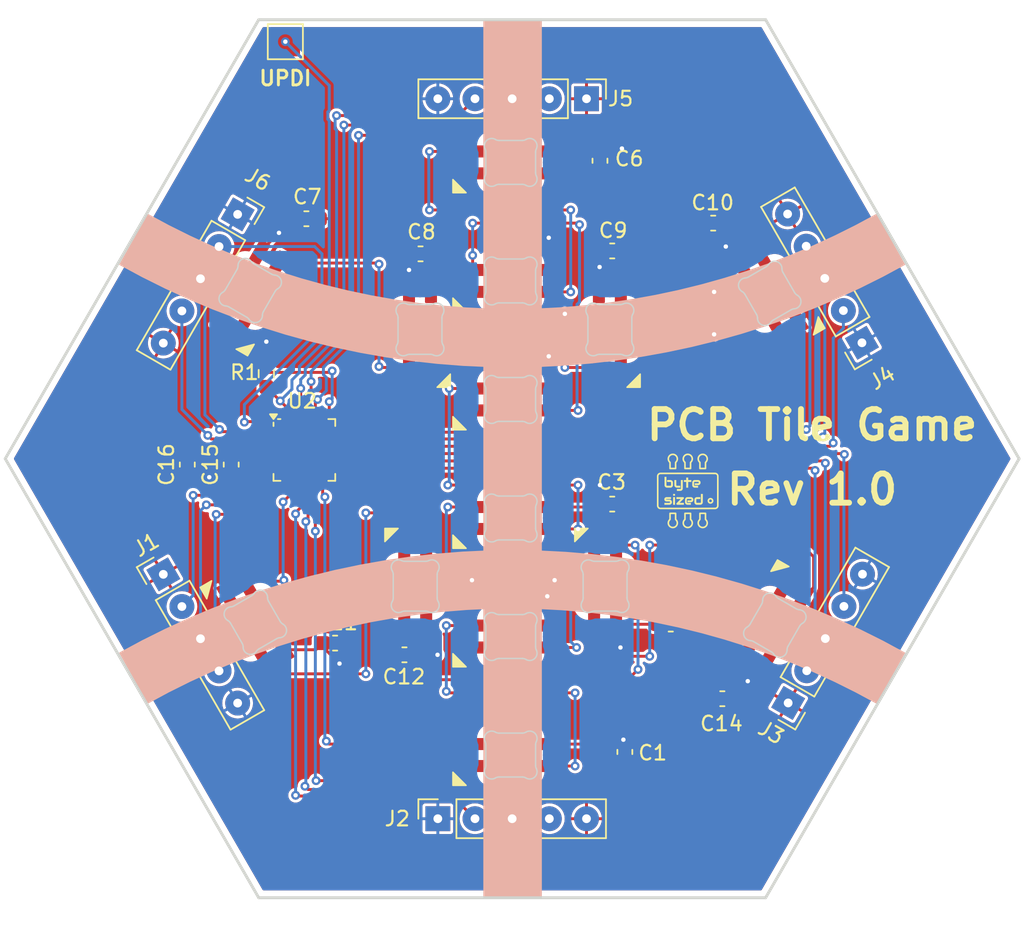
<source format=kicad_pcb>
(kicad_pcb (version 20240108) (generator "pcbnew") (generator_version "8.0")
  (title_block (title "PCB Tile Game") (rev "1.0"))
  (layers (0 "F.Cu" signal) (31 "B.Cu" signal) (34 "B.Paste" user) (35 "F.Paste" user) (36 "B.SilkS" user "B.Silkscreen") (37 "F.SilkS" user "F.Silkscreen") (38 "B.Mask" user) (39 "F.Mask" user) (44 "Edge.Cuts" user))
  (net 0 "")
  (net 1 "GND")
  (net 2 "VCC")
  (net 3 "Net-(LED1-DOUT)")
  (net 4 "Net-(LED2-DOUT)")
  (net 5 "Net-(LED3-DOUT)")
  (net 6 "Net-(LED4-DOUT)")
  (net 7 "Net-(LED5-DOUT)")
  (net 9 "/DATA_J1")
  (net 10 "/TX_J1")
  (net 11 "/RX_J1")
  (net 12 "/TX_J2")
  (net 13 "/DATA_J2")
  (net 14 "/RX_J2")
  (net 15 "/RX_J3")
  (net 16 "/DATA_J3")
  (net 17 "/TX_J3")
  (net 18 "/TX_J4")
  (net 19 "/RX_J4")
  (net 20 "/DATA_J4")
  (net 21 "/UPDI")
  (net 22 "/RX_J5")
  (net 23 "/TX_J5")
  (net 24 "/DATA_J5")
  (net 25 "Net-(LED7-DOUT)")
  (net 26 "Net-(LED8-DOUT)")
  (net 27 "Net-(LED10-DIN)")
  (net 29 "Net-(LED11-DOUT)")
  (net 30 "/DATA_J6")
  (net 31 "/RX_J6")
  (net 32 "/TX_J6")
  (net 33 "/LED_J1-J6")
  (net 34 "/LED_J2-J5")
  (net 35 "Net-(LED12-DOUT)")
  (net 36 "/LED_J3-J4")
  (net 37 "Net-(LED13-DOUT)")
  (footprint "Capacitor_SMD:C_0603_1608Metric_Pad1.08x0.95mm_HandSolder" (layer "F.Cu") (at 140.0225 89.2)
    (property "Reference" "C2")
    (property "Value" "0.1uF")
  )
  (footprint "Capacitor_SMD:C_0603_1608Metric_Pad1.08x0.95mm_HandSolder" (layer "F.Cu") (at 150.8975 91.300001 180)
    (property "Reference" "C13")
    (property "Value" "0.1uF")
  )
  (footprint "Capacitor_SMD:C_0603_1608Metric_Pad1.08x0.95mm_HandSolder" (layer "F.Cu") (at 146.8975 83.1 180)
    (property "Reference" "C3")
    (property "Value" "0.1uF")
  )
  (footprint "ProjectLibrary:PinSocket_1x05_P2.54mm_Vertical" (layer "F.Cu") (at 134.98 104.6 90)
    (property "Reference" "J2")
    (property "Value" "Conn_01x05_Socket")
  )
  (footprint "Resistor_SMD:R_0603_1608Metric_Pad0.98x0.95mm_HandSolder" (layer "F.Cu") (at 123.26 74.1875 -90)
    (property "Reference" "R1")
    (property "Value" "DNP")
  )
  (footprint "Capacitor_SMD:C_0603_1608Metric_Pad1.08x0.95mm_HandSolder" (layer "F.Cu") (at 153.7975 63.9)
    (property "Reference" "C10")
    (property "Value" "0.1uF")
  )
  (footprint "Capacitor_SMD:C_0603_1608Metric_Pad1.08x0.95mm_HandSolder" (layer "F.Cu") (at 120.86 80.4 90)
    (property "Reference" "C15")
    (property "Value" "0.1uF")
  )
  (footprint "Capacitor_SMD:C_0603_1608Metric_Pad1.08x0.95mm_HandSolder" (layer "F.Cu") (at 139.9975 64.8)
    (property "Reference" "C5")
    (property "Value" "0.1uF")
  )
  (footprint "Capacitor_SMD:C_0603_1608Metric_Pad1.08x0.95mm_HandSolder" (layer "F.Cu") (at 133.7975 66 180)
    (property "Reference" "C8")
    (property "Value" "0.1uF")
  )
  (footprint "Capacitor_SMD:C_0603_1608Metric_Pad1.08x0.95mm_HandSolder" (layer "F.Cu") (at 146.06 59.6375 90)
    (property "Reference" "C6")
    (property "Value" "0.1uF")
  )
  (footprint "ProjectLibrary:PinHeader_1x05_P2.54mm_Vertical" (layer "F.Cu") (at 158.92 96.689409 150)
    (property "Reference" "J3")
    (property "Value" "Conn_01x05_Pin")
  )
  (footprint "Capacitor_SMD:C_0603_1608Metric_Pad1.08x0.95mm_HandSolder" (layer "F.Cu") (at 154.4225 96.400001)
    (property "Reference" "C14")
    (property "Value" "0.1uF")
  )
  (footprint "Capacitor_SMD:C_0603_1608Metric_Pad1.08x0.95mm_HandSolder" (layer "F.Cu") (at 132.6975 93.4)
    (property "Reference" "C12")
    (property "Value" "0.1uF")
  )
  (footprint "ProjectLibrary:PinSocket_1x05_P2.54mm_Vertical" (layer "F.Cu") (at 121.3 63.300591 -30)
    (property "Reference" "J6")
    (property "Value" "Conn_01x05_Socket")
  )
  (footprint "Capacitor_SMD:C_0603_1608Metric_Pad1.08x0.95mm_HandSolder" (layer "F.Cu") (at 125.9975 63.6 180)
    (property "Reference" "C7")
    (property "Value" "0.1uF")
  )
  (footprint "Capacitor_SMD:C_0603_1608Metric_Pad1.08x0.95mm_HandSolder" (layer "F.Cu") (at 147.76 100.0375 90)
    (property "Reference" "C1")
    (property "Value" "0.1uF")
  )
  (footprint "New Logo:byteSizedEngineeringLogo-6mm" (layer "F.Cu") (at 152.06 82.2)
    (property "Reference" "G***" (hide yes))
    (property "Value" "LOGO" (hide yes))
  )
  (footprint "ProjectLibrary:PinSocket_1x05_P2.54mm_Vertical" (layer "F.Cu") (at 163.963349 72.075928 -150)
    (property "Reference" "J4")
    (property "Value" "Conn_01x05_Socket")
  )
  (footprint "Capacitor_SMD:C_0603_1608Metric_Pad1.08x0.95mm_HandSolder" (layer "F.Cu") (at 146.8975 65.8 180)
    (property "Reference" "C9")
    (property "Value" "0.1uF")
  )
  (footprint "ProjectLibrary:PinHeader_1x05_P2.54mm_Vertical" (layer "F.Cu") (at 116.22 87.900591 30)
    (property "Reference" "J1")
    (property "Value" "Conn_01x05_Pin")
  )
  (footprint "Capacitor_SMD:C_0603_1608Metric_Pad1.08x0.95mm_HandSolder" (layer "F.Cu") (at 140.1225 73)
    (property "Reference" "C4")
    (property "Value" "0.1uF")
  )
  (footprint "ProjectLibrary:PinHeader_1x05_P2.54mm_Vertical" (layer "F.Cu") (at 145.14 55.4 -90)
    (property "Reference" "J5")
    (property "Value" "Conn_01x05_Pin")
  )
  (footprint "TestPoint:TestPoint_Pad_2.0x2.0mm" (layer "F.Cu") (at 124.56 51.5)
    (property "Reference" "TP1" (hide yes))
    (property "Value" "TestPoint")
  )
  (footprint "Package_DFN_QFN:QFN-24-1EP_4x4mm_P0.5mm_EP2.6x2.6mm" (layer "F.Cu") (at 125.86 79.4)
    (property "Reference" "U2")
    (property "Value" "ATtiny3217-M")
  )
  (footprint "Capacitor_SMD:C_0603_1608Metric_Pad1.08x0.95mm_HandSolder" (layer "F.Cu") (at 117.86 80.4 90)
    (property "Reference" "C16")
    (property "Value" "1uF")
  )
  (footprint "Capacitor_SMD:C_0603_1608Metric_Pad1.08x0.95mm_HandSolder" (layer "F.Cu") (at 127.96 92.6 180)
    (property "Reference" "C11")
    (property "Value" "0.1uF")
  )
  (footprint "kicad-keyboard-parts:SK6812MINI-E" (layer "B.Cu") (at 139.96 91.861904 180)
    (property "Reference" "LED2" (hide yes))
    (property "Value" "SK6812MINI-E")
    (fp_line (start 1.699999 -0.990938) (end 1.699999 0.414746) (stroke (width 0.1)) (layer "Edge.Cuts"))
    (fp_line (start 0.794453 1.211903) (end -0.794452 1.211903) (stroke (width 0.1)) (layer "Edge.Cuts"))
    (fp_line (start -0.794452 -1.788096) (end 0.794452 -1.788096) (stroke (width 0.1)) (layer "Edge.Cuts"))
    (fp_line (start -1.699999 0.414746) (end -1.699999 -0.990938) (stroke (width 0.1)) (layer "Edge.Cuts"))
    (fp_arc (start 1.749484 0.631624) (mid 1.712509 0.525977) (end 1.699999 0.414747) (stroke (width 0.1)) (layer "Edge.Cuts"))
    (fp_arc (start 1.749484 0.631624) (mid 1.63807 1.215936) (end 1.046711 1.280202) (stroke (width 0.1)) (layer "Edge.Cuts"))
    (fp_arc (start 1.699999 -0.990938) (mid 1.712521 -1.102165) (end 1.749484 -1.207816) (stroke (width 0.1)) (layer "Edge.Cuts"))
    (fp_arc (start 1.046711 -1.856395) (mid 1.63807 -1.792132) (end 1.749484 -1.207815) (stroke (width 0.1)) (layer "Edge.Cuts"))
    (fp_arc (start 1.046711 -1.856395) (mid 0.925123 -1.805472) (end 0.794452 -1.788096) (stroke (width 0.1)) (layer "Edge.Cuts"))
    (fp_arc (start 0.794453 1.211903) (mid 0.925123 1.22928) (end 1.046711 1.280202) (stroke (width 0.1)) (layer "Edge.Cuts"))
    (fp_arc (start -0.794452 -1.788096) (mid -0.925122 -1.805473) (end -1.04671 -1.856395) (stroke (width 0.1)) (layer "Edge.Cuts"))
    (fp_arc (start -1.046711 1.280203) (mid -0.925123 1.229281) (end -0.794453 1.211904) (stroke (width 0.1)) (layer "Edge.Cuts"))
    (fp_arc (start -1.046711 1.280203) (mid -1.638071 1.215939) (end -1.749484 0.631624) (stroke (width 0.1)) (layer "Edge.Cuts"))
    (fp_arc (start -1.699999 0.414746) (mid -1.712527 0.525972) (end -1.749484 0.631624) (stroke (width 0.1)) (layer "Edge.Cuts"))
    (fp_arc (start -1.749484 -1.207816) (mid -1.63807 -1.79213) (end -1.046711 -1.856393) (stroke (width 0.1)) (layer "Edge.Cuts"))
    (fp_arc (start -1.749484 -1.207816) (mid -1.712527 -1.102164) (end -1.699999 -0.990939) (stroke (width 0.1)) (layer "Edge.Cuts"))
  )
  (footprint "kicad-keyboard-parts:SK6812MINI-E" (layer "B.Cu") (at 133.721904 88.7125 90)
    (property "Reference" "LED12" (hide yes))
    (property "Value" "SK6812MINI-E")
    (fp_line (start -0.794452 -1.788096) (end 0.794452 -1.788096) (stroke (width 0.1)) (layer "Edge.Cuts"))
    (fp_line (start 1.699999 -0.990938) (end 1.699999 0.414746) (stroke (width 0.1)) (layer "Edge.Cuts"))
    (fp_line (start -1.699999 0.414746) (end -1.699999 -0.990938) (stroke (width 0.1)) (layer "Edge.Cuts"))
    (fp_line (start 0.794453 1.211903) (end -0.794452 1.211903) (stroke (width 0.1)) (layer "Edge.Cuts"))
    (fp_arc (start 1.046711 -1.856395) (mid 0.925123 -1.805472) (end 0.794452 -1.788096) (stroke (width 0.1)) (layer "Edge.Cuts"))
    (fp_arc (start 1.046711 -1.856395) (mid 1.63807 -1.792132) (end 1.749484 -1.207815) (stroke (width 0.1)) (layer "Edge.Cuts"))
    (fp_arc (start -0.794452 -1.788096) (mid -0.925122 -1.805473) (end -1.04671 -1.856395) (stroke (width 0.1)) (layer "Edge.Cuts"))
    (fp_arc (start -1.749484 -1.207816) (mid -1.63807 -1.79213) (end -1.046711 -1.856393) (stroke (width 0.1)) (layer "Edge.Cuts"))
    (fp_arc (start -1.749484 -1.207816) (mid -1.712527 -1.102164) (end -1.699999 -0.990939) (stroke (width 0.1)) (layer "Edge.Cuts"))
    (fp_arc (start 1.699999 -0.990938) (mid 1.712521 -1.102165) (end 1.749484 -1.207816) (stroke (width 0.1)) (layer "Edge.Cuts"))
    (fp_arc (start -1.699999 0.414746) (mid -1.712527 0.525972) (end -1.749484 0.631624) (stroke (width 0.1)) (layer "Edge.Cuts"))
    (fp_arc (start 1.749484 0.631624) (mid 1.712509 0.525977) (end 1.699999 0.414747) (stroke (width 0.1)) (layer "Edge.Cuts"))
    (fp_arc (start 1.749484 0.631624) (mid 1.63807 1.215936) (end 1.046711 1.280202) (stroke (width 0.1)) (layer "Edge.Cuts"))
    (fp_arc (start 0.794453 1.211903) (mid 0.925123 1.22928) (end 1.046711 1.280202) (stroke (width 0.1)) (layer "Edge.Cuts"))
    (fp_arc (start -1.046711 1.280203) (mid -1.638071 1.215939) (end -1.749484 0.631624) (stroke (width 0.1)) (layer "Edge.Cuts"))
    (fp_arc (start -1.046711 1.280203) (mid -0.925123 1.229281) (end -0.794453 1.211904) (stroke (width 0.1)) (layer "Edge.Cuts"))
  )
  (footprint "kicad-keyboard-parts:SK6812MINI-E" (layer "B.Cu") (at 157.411462 68.845288 -60)
    (property "Reference" "LED10" (hide yes))
    (property "Value" "SK6812MINI-E")
    (fp_line (start -1.7 0.414746) (end -1.699998 -0.990937) (stroke (width 0.1)) (layer "Edge.Cuts"))
    (fp_line (start 0.794452 1.211902) (end -0.794452 1.211903) (stroke (width 0.1)) (layer "Edge.Cuts"))
    (fp_line (start -0.794453 -1.788096) (end 0.794452 -1.788094) (stroke (width 0.1)) (layer "Edge.Cuts"))
    (fp_line (start 1.699998 -0.990939) (end 1.7 0.414746) (stroke (width 0.1)) (layer "Edge.Cuts"))
    (fp_arc (start -1.046711 1.280202) (mid -0.925123 1.229281) (end -0.794453 1.211904) (stroke (width 0.1)) (layer "Edge.Cuts"))
    (fp_arc (start -1.046711 1.280202) (mid -1.638072 1.21594) (end -1.749484 0.631623) (stroke (width 0.1)) (layer "Edge.Cuts"))
    (fp_arc (start -1.7 0.414746) (mid -1.712528 0.525972) (end -1.749484 0.631623) (stroke (width 0.1)) (layer "Edge.Cuts"))
    (fp_arc (start 0.794452 1.211902) (mid 0.925124 1.229279) (end 1.046712 1.280204) (stroke (width 0.1)) (layer "Edge.Cuts"))
    (fp_arc (start -1.749485 -1.207816) (mid -1.712527 -1.102164) (end -1.699999 -0.990939) (stroke (width 0.1)) (layer "Edge.Cuts"))
    (fp_arc (start -1.749485 -1.207816) (mid -1.63807 -1.792129) (end -1.046711 -1.856393) (stroke (width 0.1)) (layer "Edge.Cuts"))
    (fp_arc (start 1.749486 0.631626) (mid 1.63807 1.215937) (end 1.046712 1.280204) (stroke (width 0.1)) (layer "Edge.Cuts"))
    (fp_arc (start 1.749486 0.631626) (mid 1.712534 0.525973) (end 1.699999 0.414747) (stroke (width 0.1)) (layer "Edge.Cuts"))
    (fp_arc (start -0.794453 -1.788096) (mid -0.925122 -1.805474) (end -1.046709 -1.856394) (stroke (width 0.1)) (layer "Edge.Cuts"))
    (fp_arc (start 1.699998 -0.990939) (mid 1.71252 -1.102166) (end 1.749484 -1.207817) (stroke (width 0.1)) (layer "Edge.Cuts"))
    (fp_arc (start 1.04671 -1.856396) (mid 1.63807 -1.792133) (end 1.749484 -1.207815) (stroke (width 0.1)) (layer "Edge.Cuts"))
    (fp_arc (start 1.04671 -1.856396) (mid 0.925123 -1.805473) (end 0.794452 -1.788094) (stroke (width 0.1)) (layer "Edge.Cuts"))
  )
  (footprint "kicad-keyboard-parts:SK6812MINI-E" (layer "B.Cu") (at 139.96 67.561904 180)
    (property "Reference" "LED5" (hide yes))
    (property "Value" "SK6812MINI-E")
    (fp_line (start 1.699999 -0.990938) (end 1.699999 0.414746) (stroke (width 0.1)) (layer "Edge.Cuts"))
    (fp_line (start 0.794453 1.211903) (end -0.794452 1.211903) (stroke (width 0.1)) (layer "Edge.Cuts"))
    (fp_line (start -0.794452 -1.788096) (end 0.794452 -1.788096) (stroke (width 0.1)) (layer "Edge.Cuts"))
    (fp_line (start -1.699999 0.414746) (end -1.699999 -0.990938) (stroke (width 0.1)) (layer "Edge.Cuts"))
    (fp_arc (start 1.749484 0.631624) (mid 1.712509 0.525977) (end 1.699999 0.414747) (stroke (width 0.1)) (layer "Edge.Cuts"))
    (fp_arc (start 1.749484 0.631624) (mid 1.63807 1.215936) (end 1.046711 1.280202) (stroke (width 0.1)) (layer "Edge.Cuts"))
    (fp_arc (start 1.699999 -0.990938) (mid 1.712521 -1.102165) (end 1.749484 -1.207816) (stroke (width 0.1)) (layer "Edge.Cuts"))
    (fp_arc (start 1.046711 -1.856395) (mid 1.63807 -1.792132) (end 1.749484 -1.207815) (stroke (width 0.1)) (layer "Edge.Cuts"))
    (fp_arc (start 1.046711 -1.856395) (mid 0.925123 -1.805472) (end 0.794452 -1.788096) (stroke (width 0.1)) (layer "Edge.Cuts"))
    (fp_arc (start 0.794453 1.211903) (mid 0.925123 1.22928) (end 1.046711 1.280202) (stroke (width 0.1)) (layer "Edge.Cuts"))
    (fp_arc (start -0.794452 -1.788096) (mid -0.925122 -1.805473) (end -1.04671 -1.856395) (stroke (width 0.1)) (layer "Edge.Cuts"))
    (fp_arc (start -1.046711 1.280203) (mid -0.925123 1.229281) (end -0.794453 1.211904) (stroke (width 0.1)) (layer "Edge.Cuts"))
    (fp_arc (start -1.046711 1.280203) (mid -1.638071 1.215939) (end -1.749484 0.631624) (stroke (width 0.1)) (layer "Edge.Cuts"))
    (fp_arc (start -1.699999 0.414746) (mid -1.712527 0.525972) (end -1.749484 0.631624) (stroke (width 0.1)) (layer "Edge.Cuts"))
    (fp_arc (start -1.749484 -1.207816) (mid -1.63807 -1.79213) (end -1.046711 -1.856393) (stroke (width 0.1)) (layer "Edge.Cuts"))
    (fp_arc (start -1.749484 -1.207816) (mid -1.712527 -1.102164) (end -1.699999 -0.990939) (stroke (width 0.1)) (layer "Edge.Cuts"))
  )
  (footprint "kicad-keyboard-parts:SK6812MINI-E" (layer "B.Cu") (at 139.96 99.961904 180)
    (property "Reference" "LED1" (hide yes))
    (property "Value" "SK6812MINI-E")
    (fp_line (start 1.699999 -0.990938) (end 1.699999 0.414746) (stroke (width 0.1)) (layer "Edge.Cuts"))
    (fp_line (start 0.794453 1.211903) (end -0.794452 1.211903) (stroke (width 0.1)) (layer "Edge.Cuts"))
    (fp_line (start -0.794452 -1.788096) (end 0.794452 -1.788096) (stroke (width 0.1)) (layer "Edge.Cuts"))
    (fp_line (start -1.699999 0.414746) (end -1.699999 -0.990938) (stroke (width 0.1)) (layer "Edge.Cuts"))
    (fp_arc (start 1.749484 0.631624) (mid 1.712509 0.525977) (end 1.699999 0.414747) (stroke (width 0.1)) (layer "Edge.Cuts"))
    (fp_arc (start 1.749484 0.631624) (mid 1.63807 1.215936) (end 1.046711 1.280202) (stroke (width 0.1)) (layer "Edge.Cuts"))
    (fp_arc (start 1.699999 -0.990938) (mid 1.712521 -1.102165) (end 1.749484 -1.207816) (stroke (width 0.1)) (layer "Edge.Cuts"))
    (fp_arc (start 1.046711 -1.856395) (mid 1.63807 -1.792132) (end 1.749484 -1.207815) (stroke (width 0.1)) (layer "Edge.Cuts"))
    (fp_arc (start 1.046711 -1.856395) (mid 0.925123 -1.805472) (end 0.794452 -1.788096) (stroke (width 0.1)) (layer "Edge.Cuts"))
    (fp_arc (start 0.794453 1.211903) (mid 0.925123 1.22928) (end 1.046711 1.280202) (stroke (width 0.1)) (layer "Edge.Cuts"))
    (fp_arc (start -0.794452 -1.788096) (mid -0.925122 -1.805473) (end -1.04671 -1.856395) (stroke (width 0.1)) (layer "Edge.Cuts"))
    (fp_arc (start -1.046711 1.280203) (mid -0.925123 1.229281) (end -0.794453 1.211904) (stroke (width 0.1)) (layer "Edge.Cuts"))
    (fp_arc (start -1.046711 1.280203) (mid -1.638071 1.215939) (end -1.749484 0.631624) (stroke (width 0.1)) (layer "Edge.Cuts"))
    (fp_arc (start -1.699999 0.414746) (mid -1.712527 0.525972) (end -1.749484 0.631624) (stroke (width 0.1)) (layer "Edge.Cuts"))
    (fp_arc (start -1.749484 -1.207816) (mid -1.63807 -1.79213) (end -1.046711 -1.856393) (stroke (width 0.1)) (layer "Edge.Cuts"))
    (fp_arc (start -1.749484 -1.207816) (mid -1.712527 -1.102164) (end -1.699999 -0.990939) (stroke (width 0.1)) (layer "Edge.Cuts"))
  )
  (footprint "kicad-keyboard-parts:SK6812MINI-E" (layer "B.Cu") (at 139.96 83.761904 180)
    (property "Reference" "LED3" (hide yes))
    (property "Value" "SK6812MINI-E")
    (fp_line (start 1.699999 -0.990938) (end 1.699999 0.414746) (stroke (width 0.1)) (layer "Edge.Cuts"))
    (fp_line (start 0.794453 1.211903) (end -0.794452 1.211903) (stroke (width 0.1)) (layer "Edge.Cuts"))
    (fp_line (start -0.794452 -1.788096) (end 0.794452 -1.788096) (stroke (width 0.1)) (layer "Edge.Cuts"))
    (fp_line (start -1.699999 0.414746) (end -1.699999 -0.990938) (stroke (width 0.1)) (layer "Edge.Cuts"))
    (fp_arc (start 1.749484 0.631624) (mid 1.712509 0.525977) (end 1.699999 0.414747) (stroke (width 0.1)) (layer "Edge.Cuts"))
    (fp_arc (start 1.749484 0.631624) (mid 1.63807 1.215936) (end 1.046711 1.280202) (stroke (width 0.1)) (layer "Edge.Cuts"))
    (fp_arc (start 1.699999 -0.990938) (mid 1.712521 -1.102165) (end 1.749484 -1.207816) (stroke (width 0.1)) (layer "Edge.Cuts"))
    (fp_arc (start 1.046711 -1.856395) (mid 1.63807 -1.792132) (end 1.749484 -1.207815) (stroke (width 0.1)) (layer "Edge.Cuts"))
    (fp_arc (start 1.046711 -1.856395) (mid 0.925123 -1.805472) (end 0.794452 -1.788096) (stroke (width 0.1)) (layer "Edge.Cuts"))
    (fp_arc (start 0.794453 1.211903) (mid 0.925123 1.22928) (end 1.046711 1.280202) (stroke (width 0.1)) (layer "Edge.Cuts"))
    (fp_arc (start -0.794452 -1.788096) (mid -0.925122 -1.805473) (end -1.04671 -1.856395) (stroke (width 0.1)) (layer "Edge.Cuts"))
    (fp_arc (start -1.046711 1.280203) (mid -0.925123 1.229281) (end -0.794453 1.211904) (stroke (width 0.1)) (layer "Edge.Cuts"))
    (fp_arc (start -1.046711 1.280203) (mid -1.638071 1.215939) (end -1.749484 0.631624) (stroke (width 0.1)) (layer "Edge.Cuts"))
    (fp_arc (start -1.699999 0.414746) (mid -1.712527 0.525972) (end -1.749484 0.631624) (stroke (width 0.1)) (layer "Edge.Cuts"))
    (fp_arc (start -1.749484 -1.207816) (mid -1.63807 -1.79213) (end -1.046711 -1.856393) (stroke (width 0.1)) (layer "Edge.Cuts"))
    (fp_arc (start -1.749484 -1.207816) (mid -1.712527 -1.102164) (end -1.699999 -0.990939) (stroke (width 0.1)) (layer "Edge.Cuts"))
  )
  (footprint "kicad-keyboard-parts:SK6812MINI-E" (layer "B.Cu") (at 121.910501 68.360524 -120)
    (property "Reference" "LED7" (hide yes))
    (property "Value" "SK6812MINI-E")
    (fp_line (start 0.794452 1.211902) (end -0.794452 1.211903) (stroke (width 0.1)) (layer "Edge.Cuts"))
    (fp_line (start 1.699999 -0.990938) (end 1.699999 0.414746) (stroke (width 0.1)) (layer "Edge.Cuts"))
    (fp_line (start -1.7 0.414746) (end -1.699999 -0.990938) (stroke (width 0.1)) (layer "Edge.Cuts"))
    (fp_line (start -0.794453 -1.788096) (end 0.794453 -1.788096) (stroke (width 0.1)) (layer "Edge.Cuts"))
    (fp_arc (start 0.794452 1.211902) (mid 0.925123 1.229281) (end 1.046712 1.280202) (stroke (width 0.1)) (layer "Edge.Cuts"))
    (fp_arc (start 1.749483 0.631624) (mid 1.63807 1.215935) (end 1.046712 1.280202) (stroke (width 0.1)) (layer "Edge.Cuts"))
    (fp_arc (start 1.749483 0.631624) (mid 1.712555 0.525967) (end 1.7 0.414748) (stroke (width 0.1)) (layer "Edge.Cuts"))
    (fp_arc (start -1.046712 1.280204) (mid -0.925123 1.229281) (end -0.794453 1.211904) (stroke (width 0.1)) (layer "Edge.Cuts"))
    (fp_arc (start -1.046712 1.280204) (mid -1.638069 1.215935) (end -1.749484 0.631623) (stroke (width 0.1)) (layer "Edge.Cuts"))
    (fp_arc (start 1.699999 -0.990938) (mid 1.712521 -1.102165) (end 1.749485 -1.207816) (stroke (width 0.1)) (layer "Edge.Cuts"))
    (fp_arc (start -1.7 0.414746) (mid -1.712526 0.525972) (end -1.749484 0.631623) (stroke (width 0.1)) (layer "Edge.Cuts"))
    (fp_arc (start 1.046711 -1.856395) (mid 1.638071 -1.792133) (end 1.749484 -1.207815) (stroke (width 0.1)) (layer "Edge.Cuts"))
    (fp_arc (start 1.046711 -1.856395) (mid 0.925123 -1.805473) (end 0.794453 -1.788096) (stroke (width 0.1)) (layer "Edge.Cuts"))
    (fp_arc (start -1.749485 -1.207816) (mid -1.712519 -1.102166) (end -1.699999 -0.990938) (stroke (width 0.1)) (layer "Edge.Cuts"))
    (fp_arc (start -1.749485 -1.207816) (mid -1.638071 -1.79213) (end -1.046712 -1.856392) (stroke (width 0.1)) (layer "Edge.Cuts"))
    (fp_arc (start -0.794453 -1.788096) (mid -0.925123 -1.805473) (end -1.04671 -1.856395) (stroke (width 0.1)) (layer "Edge.Cuts"))
  )
  (footprint "kicad-keyboard-parts:SK6812MINI-E" (layer "B.Cu") (at 158.259979 91.517382 60)
    (property "Reference" "LED14" (hide yes))
    (property "Value" "SK6812MINI-E")
    (fp_line (start -0.794453 -1.788096) (end 0.794452 -1.788097) (stroke (width 0.1)) (layer "Edge.Cuts"))
    (fp_line (start -1.699999 0.414746) (end -1.699999 -0.990938) (stroke (width 0.1)) (layer "Edge.Cuts"))
    (fp_line (start 1.699999 -0.990938) (end 1.699999 0.414746) (stroke (width 0.1)) (layer "Edge.Cuts"))
    (fp_line (start 0.794453 1.211903) (end -0.794452 1.211903) (stroke (width 0.1)) (layer "Edge.Cuts"))
    (fp_arc (start -0.794453 -1.788096) (mid -0.925123 -1.805473) (end -1.04671 -1.856395) (stroke (width 0.1)) (layer "Edge.Cuts"))
    (fp_arc (start -1.749484 -1.207816) (mid -1.638071 -1.79213) (end -1.046711 -1.856393) (stroke (width 0.1)) (layer "Edge.Cuts"))
    (fp_arc (start -1.749484 -1.207816) (mid -1.712527 -1.102164) (end -1.699999 -0.990939) (stroke (width 0.1)) (layer "Edge.Cuts"))
    (fp_arc (start 1.046711 -1.856395) (mid 0.925122 -1.805475) (end 0.794452 -1.788097) (stroke (width 0.1)) (layer "Edge.Cuts"))
    (fp_arc (start 1.046711 -1.856395) (mid 1.638071 -1.792133) (end 1.749484 -1.207815) (stroke (width 0.1)) (layer "Edge.Cuts"))
    (fp_arc (start -1.699999 0.414746) (mid -1.712527 0.525972) (end -1.749485 0.631624) (stroke (width 0.1)) (layer "Edge.Cuts"))
    (fp_arc (start 1.699999 -0.990938) (mid 1.712521 -1.102165) (end 1.749485 -1.207816) (stroke (width 0.1)) (layer "Edge.Cuts"))
    (fp_arc (start -1.046711 1.280203) (mid -1.638071 1.215938) (end -1.749485 0.631624) (stroke (width 0.1)) (layer "Edge.Cuts"))
    (fp_arc (start -1.046711 1.280203) (mid -0.925123 1.229281) (end -0.794453 1.211904) (stroke (width 0.1)) (layer "Edge.Cuts"))
    (fp_arc (start 1.749484 0.631623) (mid 1.712509 0.525976) (end 1.699999 0.414747) (stroke (width 0.1)) (layer "Edge.Cuts"))
    (fp_arc (start 1.749484 0.631623) (mid 1.638071 1.215936) (end 1.046711 1.280202) (stroke (width 0.1)) (layer "Edge.Cuts"))
    (fp_arc (start 0.794453 1.211903) (mid 0.925123 1.22928) (end 1.046711 1.280202) (stroke (width 0.1)) (layer "Edge.Cuts"))
  )
  (footprint "kicad-keyboard-parts:SK6812MINI-E" (layer "B.Cu") (at 133.472384 71.165406 -90)
    (property "Reference" "LED8" (hide yes))
    (property "Value" "SK6812MINI-E")
    (fp_line (start 0.794453 1.211903) (end -0.794452 1.211903) (stroke (width 0.1)) (layer "Edge.Cuts"))
    (fp_line (start -1.699999 0.414746) (end -1.699999 -0.990938) (stroke (width 0.1)) (layer "Edge.Cuts"))
    (fp_line (start 1.699999 -0.990938) (end 1.699999 0.414746) (stroke (width 0.1)) (layer "Edge.Cuts"))
    (fp_line (start -0.794452 -1.788096) (end 0.794452 -1.788096) (stroke (width 0.1)) (layer "Edge.Cuts"))
    (fp_arc (start -1.046711 1.280203) (mid -0.925123 1.229281) (end -0.794453 1.211904) (stroke (width 0.1)) (layer "Edge.Cuts"))
    (fp_arc (start -1.046711 1.280203) (mid -1.638071 1.215939) (end -1.749484 0.631624) (stroke (width 0.1)) (layer "Edge.Cuts"))
    (fp_arc (start 0.794453 1.211903) (mid 0.925123 1.22928) (end 1.046711 1.280202) (stroke (width 0.1)) (layer "Edge.Cuts"))
    (fp_arc (start 1.749484 0.631624) (mid 1.63807 1.215936) (end 1.046711 1.280202) (stroke (width 0.1)) (layer "Edge.Cuts"))
    (fp_arc (start 1.749484 0.631624) (mid 1.712509 0.525977) (end 1.699999 0.414747) (stroke (width 0.1)) (layer "Edge.Cuts"))
    (fp_arc (start -1.699999 0.414746) (mid -1.712527 0.525972) (end -1.749484 0.631624) (stroke (width 0.1)) (layer "Edge.Cuts"))
    (fp_arc (start 1.699999 -0.990938) (mid 1.712521 -1.102165) (end 1.749484 -1.207816) (stroke (width 0.1)) (layer "Edge.Cuts"))
    (fp_arc (start -1.749484 -1.207816) (mid -1.712527 -1.102164) (end -1.699999 -0.990939) (stroke (width 0.1)) (layer "Edge.Cuts"))
    (fp_arc (start -1.749484 -1.207816) (mid -1.63807 -1.79213) (end -1.046711 -1.856393) (stroke (width 0.1)) (layer "Edge.Cuts"))
    (fp_arc (start -0.794452 -1.788096) (mid -0.925122 -1.805473) (end -1.04671 -1.856395) (stroke (width 0.1)) (layer "Edge.Cuts"))
    (fp_arc (start 1.046711 -1.856395) (mid 1.63807 -1.792132) (end 1.749484 -1.207815) (stroke (width 0.1)) (layer "Edge.Cuts"))
    (fp_arc (start 1.046711 -1.856395) (mid 0.925123 -1.805472) (end 0.794452 -1.788096) (stroke (width 0.1)) (layer "Edge.Cuts"))
  )
  (footprint "kicad-keyboard-parts:SK6812MINI-E" (layer "B.Cu") (at 122.759018 91.032618 120)
    (property "Reference" "LED11" (hide yes))
    (property "Value" "SK6812MINI-E")
    (fp_line (start 1.699999 -0.990938) (end 1.699999 0.414746) (stroke (width 0.1)) (layer "Edge.Cuts"))
    (fp_line (start -0.794453 -1.788096) (end 0.794452 -1.788097) (stroke (width 0.1)) (layer "Edge.Cuts"))
    (fp_line (start 0.794453 1.211903) (end -0.794452 1.211903) (stroke (width 0.1)) (layer "Edge.Cuts"))
    (fp_line (start -1.699999 0.414746) (end -1.699999 -0.990938) (stroke (width 0.1)) (layer "Edge.Cuts"))
    (fp_arc (start 1.046711 -1.856395) (mid 0.925124 -1.805471) (end 0.794452 -1.788097) (stroke (width 0.1)) (layer "Edge.Cuts"))
    (fp_arc (start 1.046711 -1.856395) (mid 1.63807 -1.792132) (end 1.749484 -1.207815) (stroke (width 0.1)) (layer "Edge.Cuts"))
    (fp_arc (start 1.699999 -0.990938) (mid 1.712521 -1.102166) (end 1.749485 -1.207816) (stroke (width 0.1)) (layer "Edge.Cuts"))
    (fp_arc (start -0.794453 -1.788096) (mid -0.925123 -1.805473) (end -1.04671 -1.856395) (stroke (width 0.1)) (layer "Edge.Cuts"))
    (fp_arc (start 1.749484 0.631623) (mid 1.712509 0.525976) (end 1.699999 0.414747) (stroke (width 0.1)) (layer "Edge.Cuts"))
    (fp_arc (start 1.749484 0.631623) (mid 1.63807 1.215937) (end 1.046711 1.280202) (stroke (width 0.1)) (layer "Edge.Cuts"))
    (fp_arc (start -1.749485 -1.207816) (mid -1.63807 -1.792129) (end -1.046711 -1.856393) (stroke (width 0.1)) (layer "Edge.Cuts"))
    (fp_arc (start -1.749485 -1.207816) (mid -1.712527 -1.102164) (end -1.699999 -0.990939) (stroke (width 0.1)) (layer "Edge.Cuts"))
    (fp_arc (start 0.794453 1.211903) (mid 0.925123 1.22928) (end 1.046711 1.280202) (stroke (width 0.1)) (layer "Edge.Cuts"))
    (fp_arc (start -1.699999 0.414746) (mid -1.712525 0.525972) (end -1.749485 0.631624) (stroke (width 0.1)) (layer "Edge.Cuts"))
    (fp_arc (start -1.046711 1.280203) (mid -1.638072 1.215939) (end -1.749485 0.631624) (stroke (width 0.1)) (layer "Edge.Cuts"))
    (fp_arc (start -1.046711 1.280203) (mid -0.925123 1.229281) (end -0.794453 1.211904) (stroke (width 0.1)) (layer "Edge.Cuts"))
  )
  (footprint "kicad-keyboard-parts:SK6812MINI-E" (layer "B.Cu") (at 139.96 75.661904 180)
    (property "Reference" "LED4" (hide yes))
    (property "Value" "SK6812MINI-E")
    (fp_line (start 1.699999 -0.990938) (end 1.699999 0.414746) (stroke (width 0.1)) (layer "Edge.Cuts"))
    (fp_line (start 0.794453 1.211903) (end -0.794452 1.211903) (stroke (width 0.1)) (layer "Edge.Cuts"))
    (fp_line (start -0.794452 -1.788096) (end 0.794452 -1.788096) (stroke (width 0.1)) (layer "Edge.Cuts"))
    (fp_line (start -1.699999 0.414746) (end -1.699999 -0.990938) (stroke (width 0.1)) (layer "Edge.Cuts"))
    (fp_arc (start 1.749484 0.631624) (mid 1.712509 0.525977) (end 1.699999 0.414747) (stroke (width 0.1)) (layer "Edge.Cuts"))
    (fp_arc (start 1.749484 0.631624) (mid 1.63807 1.215936) (end 1.046711 1.280202) (stroke (width 0.1)) (layer "Edge.Cuts"))
    (fp_arc (start 1.699999 -0.990938) (mid 1.712521 -1.102165) (end 1.749484 -1.207816) (stroke (width 0.1)) (layer "Edge.Cuts"))
    (fp_arc (start 1.046711 -1.856395) (mid 1.63807 -1.792132) (end 1.749484 -1.207815) (stroke (width 0.1)) (layer "Edge.Cuts"))
    (fp_arc (start 1.046711 -1.856395) (mid 0.925123 -1.805472) (end 0.794452 -1.788096) (stroke (width 0.1)) (layer "Edge.Cuts"))
    (fp_arc (start 0.794453 1.211903) (mid 0.925123 1.22928) (end 1.046711 1.280202) (stroke (width 0.1)) (layer "Edge.Cuts"))
    (fp_arc (start -0.794452 -1.788096) (mid -0.925122 -1.805473) (end -1.04671 -1.856395) (stroke (width 0.1)) (layer "Edge.Cuts"))
    (fp_arc (start -1.046711 1.280203) (mid -0.925123 1.229281) (end -0.794453 1.211904) (stroke (width 0.1)) (layer "Edge.Cuts"))
    (fp_arc (start -1.046711 1.280203) (mid -1.638071 1.215939) (end -1.749484 0.631624) (stroke (width 0.1)) (layer "Edge.Cuts"))
    (fp_arc (start -1.699999 0.414746) (mid -1.712527 0.525972) (end -1.749484 0.631624) (stroke (width 0.1)) (layer "Edge.Cuts"))
    (fp_arc (start -1.749484 -1.207816) (mid -1.63807 -1.79213) (end -1.046711 -1.856393) (stroke (width 0.1)) (layer "Edge.Cuts"))
    (fp_arc (start -1.749484 -1.207816) (mid -1.712527 -1.102164) (end -1.699999 -0.990939) (stroke (width 0.1)) (layer "Edge.Cuts"))
  )
  (footprint "kicad-keyboard-parts:SK6812MINI-E" (layer "B.Cu") (at 139.96 59.461904 180)
    (property "Reference" "LED6" (hide yes))
    (property "Value" "SK6812MINI-E")
    (fp_line (start 1.699999 -0.990938) (end 1.699999 0.414746) (stroke (width 0.1)) (layer "Edge.Cuts"))
    (fp_line (start 0.794453 1.211903) (end -0.794452 1.211903) (stroke (width 0.1)) (layer "Edge.Cuts"))
    (fp_line (start -0.794452 -1.788096) (end 0.794452 -1.788096) (stroke (width 0.1)) (layer "Edge.Cuts"))
    (fp_line (start -1.699999 0.414746) (end -1.699999 -0.990938) (stroke (width 0.1)) (layer "Edge.Cuts"))
    (fp_arc (start 1.749484 0.631624) (mid 1.712509 0.525977) (end 1.699999 0.414747) (stroke (width 0.1)) (layer "Edge.Cuts"))
    (fp_arc (start 1.749484 0.631624) (mid 1.63807 1.215936) (end 1.046711 1.280202) (stroke (width 0.1)) (layer "Edge.Cuts"))
    (fp_arc (start 1.699999 -0.990938) (mid 1.712521 -1.102165) (end 1.749484 -1.207816) (stroke (width 0.1)) (layer "Edge.Cuts"))
    (fp_arc (start 1.046711 -1.856395) (mid 1.63807 -1.792132) (end 1.749484 -1.207815) (stroke (width 0.1)) (layer "Edge.Cuts"))
    (fp_arc (start 1.046711 -1.856395) (mid 0.925123 -1.805472) (end 0.794452 -1.788096) (stroke (width 0.1)) (layer "Edge.Cuts"))
    (fp_arc (start 0.794453 1.211903) (mid 0.925123 1.22928) (end 1.046711 1.280202) (stroke (width 0.1)) (layer "Edge.Cuts"))
    (fp_arc (start -0.794452 -1.788096) (mid -0.925122 -1.805473) (end -1.04671 -1.856395) (stroke (width 0.1)) (layer "Edge.Cuts"))
    (fp_arc (start -1.046711 1.280203) (mid -0.925123 1.229281) (end -0.794453 1.211904) (stroke (width 0.1)) (layer "Edge.Cuts"))
    (fp_arc (start -1.046711 1.280203) (mid -1.638071 1.215939) (end -1.749484 0.631624) (stroke (width 0.1)) (layer "Edge.Cuts"))
    (fp_arc (start -1.699999 0.414746) (mid -1.712527 0.525972) (end -1.749484 0.631624) (stroke (width 0.1)) (layer "Edge.Cuts"))
    (fp_arc (start -1.749484 -1.207816) (mid -1.63807 -1.79213) (end -1.046711 -1.856393) (stroke (width 0.1)) (layer "Edge.Cuts"))
    (fp_arc (start -1.749484 -1.207816) (mid -1.712527 -1.102164) (end -1.699999 -0.990939) (stroke (width 0.1)) (layer "Edge.Cuts"))
  )
  (footprint "kicad-keyboard-parts:SK6812MINI-E" (layer "B.Cu") (at 146.448576 71.165406 -90)
    (property "Reference" "LED9" (hide yes))
    (property "Value" "SK6812MINI-E")
    (fp_line (start 0.794453 1.211903) (end -0.794452 1.211903) (stroke (width 0.1)) (layer "Edge.Cuts"))
    (fp_line (start -1.699999 0.414746) (end -1.699999 -0.990938) (stroke (width 0.1)) (layer "Edge.Cuts"))
    (fp_line (start 1.699999 -0.990938) (end 1.699999 0.414746) (stroke (width 0.1)) (layer "Edge.Cuts"))
    (fp_line (start -0.794452 -1.788096) (end 0.794452 -1.788096) (stroke (width 0.1)) (layer "Edge.Cuts"))
    (fp_arc (start -1.046711 1.280203) (mid -0.925123 1.229281) (end -0.794453 1.211904) (stroke (width 0.1)) (layer "Edge.Cuts"))
    (fp_arc (start -1.046711 1.280203) (mid -1.638071 1.215939) (end -1.749484 0.631624) (stroke (width 0.1)) (layer "Edge.Cuts"))
    (fp_arc (start 0.794453 1.211903) (mid 0.925123 1.22928) (end 1.046711 1.280202) (stroke (width 0.1)) (layer "Edge.Cuts"))
    (fp_arc (start 1.749484 0.631624) (mid 1.63807 1.215936) (end 1.046711 1.280202) (stroke (width 0.1)) (layer "Edge.Cuts"))
    (fp_arc (start 1.749484 0.631624) (mid 1.712509 0.525977) (end 1.699999 0.414747) (stroke (width 0.1)) (layer "Edge.Cuts"))
    (fp_arc (start -1.699999 0.414746) (mid -1.712527 0.525972) (end -1.749484 0.631624) (stroke (width 0.1)) (layer "Edge.Cuts"))
    (fp_arc (start 1.699999 -0.990938) (mid 1.712521 -1.102165) (end 1.749484 -1.207816) (stroke (width 0.1)) (layer "Edge.Cuts"))
    (fp_arc (start -1.749484 -1.207816) (mid -1.712527 -1.102164) (end -1.699999 -0.990939) (stroke (width 0.1)) (layer "Edge.Cuts"))
    (fp_arc (start -1.749484 -1.207816) (mid -1.63807 -1.79213) (end -1.046711 -1.856393) (stroke (width 0.1)) (layer "Edge.Cuts"))
    (fp_arc (start -0.794452 -1.788096) (mid -0.925122 -1.805473) (end -1.04671 -1.856395) (stroke (width 0.1)) (layer "Edge.Cuts"))
    (fp_arc (start 1.046711 -1.856395) (mid 1.63807 -1.792132) (end 1.749484 -1.207815) (stroke (width 0.1)) (layer "Edge.Cuts"))
    (fp_arc (start 1.046711 -1.856395) (mid 0.925123 -1.805472) (end 0.794452 -1.788096) (stroke (width 0.1)) (layer "Edge.Cuts"))
  )
  (footprint "kicad-keyboard-parts:SK6812MINI-E" (layer "B.Cu") (at 146.698096 88.7125 90)
    (property "Reference" "LED13" (hide yes))
    (property "Value" "SK6812MINI-E")
    (fp_line (start -0.794452 -1.788096) (end 0.794452 -1.788096) (stroke (width 0.1)) (layer "Edge.Cuts"))
    (fp_line (start 1.699999 -0.990938) (end 1.699999 0.414746) (stroke (width 0.1)) (layer "Edge.Cuts"))
    (fp_line (start -1.699999 0.414746) (end -1.699999 -0.990938) (stroke (width 0.1)) (layer "Edge.Cuts"))
    (fp_line (start 0.794453 1.211903) (end -0.794452 1.211903) (stroke (width 0.1)) (layer "Edge.Cuts"))
    (fp_arc (start 1.046711 -1.856395) (mid 0.925123 -1.805472) (end 0.794452 -1.788096) (stroke (width 0.1)) (layer "Edge.Cuts"))
    (fp_arc (start 1.046711 -1.856395) (mid 1.63807 -1.792132) (end 1.749484 -1.207815) (stroke (width 0.1)) (layer "Edge.Cuts"))
    (fp_arc (start -0.794452 -1.788096) (mid -0.925122 -1.805473) (end -1.04671 -1.856395) (stroke (width 0.1)) (layer "Edge.Cuts"))
    (fp_arc (start -1.749484 -1.207816) (mid -1.63807 -1.79213) (end -1.046711 -1.856393) (stroke (width 0.1)) (layer "Edge.Cuts"))
    (fp_arc (start -1.749484 -1.207816) (mid -1.712527 -1.102164) (end -1.699999 -0.990939) (stroke (width 0.1)) (layer "Edge.Cuts"))
    (fp_arc (start 1.699999 -0.990938) (mid 1.712521 -1.102165) (end 1.749484 -1.207816) (stroke (width 0.1)) (layer "Edge.Cuts"))
    (fp_arc (start -1.699999 0.414746) (mid -1.712527 0.525972) (end -1.749484 0.631624) (stroke (width 0.1)) (layer "Edge.Cuts"))
    (fp_arc (start 1.749484 0.631624) (mid 1.712509 0.525977) (end 1.699999 0.414747) (stroke (width 0.1)) (layer "Edge.Cuts"))
    (fp_arc (start 1.749484 0.631624) (mid 1.63807 1.215936) (end 1.046711 1.280202) (stroke (width 0.1)) (layer "Edge.Cuts"))
    (fp_arc (start 0.794453 1.211903) (mid 0.925123 1.22928) (end 1.046711 1.280202) (stroke (width 0.1)) (layer "Edge.Cuts"))
    (fp_arc (start -1.046711 1.280203) (mid -1.638071 1.215939) (end -1.749484 0.631624) (stroke (width 0.1)) (layer "Edge.Cuts"))
    (fp_arc (start -1.046711 1.280203) (mid -0.925123 1.229281) (end -0.794453 1.211904) (stroke (width 0.1)) (layer "Edge.Cuts"))
  )
  (gr_poly (pts (xy 166.921334 66.744887) (xy 165.386094 67.573249) (xy 163.825517 68.351633) (xy 162.241234 69.079608) (xy 160.634874 69.756745) (xy 159.008068 70.382615) (xy 157.362446 70.956785) (xy 155.699637 71.478828) (xy 154.021271 71.948313) (xy 152.328979 72.36481) (xy 150.624391 72.727889) (xy 148.909137 73.03712) (xy 147.184846 73.292073) (xy 145.453149 73.492318) (xy 143.715675 73.637426) (xy 141.974056 73.726966) (xy 140.22992 73.760508) (xy 138.464318 73.737132) (xy 136.700983 73.656354) (xy 134.941604 73.518615) (xy 133.187871 73.324354) (xy 131.441475 73.074013) (xy 129.704105 72.768031) (xy 127.977452 72.406849) (xy 126.263205 71.990908) (xy 124.563055 71.520648) (xy 122.878691 70.99651) (xy 121.211804 70.418933) (xy 119.564083 69.788359) (xy 117.937219 69.105227) (xy 116.332901 68.369978) (xy 114.75282 67.583052) (xy 113.198666 66.744891) (xy 115.155696 63.256602) (xy 115.1557 63.256598) (xy 116.594802 64.032578) (xy 118.058728 64.761327) (xy 119.545795 65.442411) (xy 121.054323 66.075392) (xy 122.582628 66.659835) (xy 124.129028 67.195304) (xy 125.691841 67.681364) (xy 127.269386 68.117577) (xy 128.859979 68.503508) (xy 130.461939 68.838721) (xy 132.073584 69.122781) (xy 133.693231 69.35525) (xy 135.319199 69.535694) (xy 136.949804 69.663675) (xy 138.583366 69.738759) (xy 140.218201 69.760508) (xy 141.833217 69.729348) (xy 143.446712 69.646156) (xy 145.057061 69.51136) (xy 146.66264 69.325385) (xy 148.261825 69.088657) (xy 149.85299 68.8016) (xy 151.434513 68.46464) (xy 153.004767 68.078204) (xy 154.56213 67.642715) (xy 156.104977 67.158601) (xy 157.631683 66.626286) (xy 159.140624 66.046197) (xy 160.630176 65.418757) (xy 162.098714 64.744394) (xy 163.544614 64.023533) (xy 164.966252 63.256598)) (stroke (width -0.000001)) (fill solid) (layer "B.SilkS"))
  (gr_poly (pts (xy 141.968728 109.880269) (xy 138.208187 109.880269) (xy 138.208187 50.119731) (xy 141.968728 50.119731)) (stroke (width 0.239466)) (fill solid) (layer "B.SilkS"))
  (gr_poly (pts (xy 141.974056 86.272581) (xy 143.715675 86.362125) (xy 145.453149 86.507235) (xy 147.184846 86.707482) (xy 148.909136 86.962435) (xy 150.624391 87.271666) (xy 152.328979 87.634744) (xy 154.02127 88.05124) (xy 155.699635 88.520723) (xy 157.362444 89.042764) (xy 159.008066 89.616932) (xy 160.634871 90.242799) (xy 162.24123 90.919934) (xy 163.825512 91.647908) (xy 165.386087 92.42629) (xy 166.921326 93.254651) (xy 164.966248 96.744893) (xy 163.54461 95.977937) (xy 162.09871 95.257015) (xy 160.630172 94.582557) (xy 159.14062 93.954994) (xy 157.631679 93.374758) (xy 156.104973 92.842279) (xy 154.562126 92.35799) (xy 153.004764 91.92232) (xy 151.434509 91.535702) (xy 149.852986 91.198567) (xy 148.261821 90.911345) (xy 146.662636 90.674468) (xy 145.057057 90.488367) (xy 143.446708 90.353474) (xy 141.833214 90.270219) (xy 140.218197 90.239034) (xy 138.583362 90.260801) (xy 136.9498 90.335944) (xy 135.319195 90.464019) (xy 133.693227 90.644586) (xy 132.07358 90.877202) (xy 130.461936 91.161426) (xy 128.859975 91.496816) (xy 127.269382 91.88293) (xy 125.691838 92.319326) (xy 124.129024 92.805562) (xy 122.582624 93.341198) (xy 121.054319 93.92579) (xy 119.545792 94.558897) (xy 118.058725 95.240078) (xy 116.594799 95.968891) (xy 115.155697 96.744893) (xy 113.198667 93.254651) (xy 114.752822 92.416488) (xy 116.332903 91.629561) (xy 117.93722 90.894311) (xy 119.564084 90.211178) (xy 121.211805 89.580602) (xy 122.878692 89.003025) (xy 124.563056 88.478885) (xy 126.263206 88.008625) (xy 127.977453 87.592684) (xy 129.704106 87.231502) (xy 131.441475 86.925521) (xy 133.187871 86.67518) (xy 134.941604 86.480921) (xy 136.700983 86.343183) (xy 138.464318 86.262407) (xy 140.22992 86.239034)) (stroke (width -0.000001)) (fill solid) (layer "B.SilkS"))
  (gr_line (start 122.739492 110) (end 157.380508 110) (stroke (width 0.2)) (layer "Edge.Cuts"))
  (gr_line (start 157.380508 110) (end 174.701016 80) (stroke (width 0.2)) (layer "Edge.Cuts"))
  (gr_line (start 174.701016 80) (end 157.380508 50) (stroke (width 0.2)) (layer "Edge.Cuts"))
  (gr_line (start 122.739492 50) (end 105.418984 80) (stroke (width 0.2)) (layer "Edge.Cuts"))
  (gr_line (start 105.418984 80) (end 122.739492 110) (stroke (width 0.2)) (layer "Edge.Cuts"))
  (gr_line (start 157.380508 50) (end 122.739492 50) (stroke (width 0.2)) (layer "Edge.Cuts"))
  (gr_text "Rev ${REVISION}" (at 160.56 82.1 0) (layer "F.SilkS") (effects (font (size 2 2) (thickness 0.4) (bold yes))))
  (gr_text "UPDI" (at 124.56 54 0) (layer "F.SilkS") (effects (font (size 1 1) (thickness 0.2))))
  (gr_text "${TITLE}" (at 160.56 77.7 0) (layer "F.SilkS") (effects (font (size 2 2) (thickness 0.4) (bold yes))))
  (segment (start 120.86 79.5375) (end 121.0475 79.35) (width 0.2) (layer "F.Cu") (net 1))
  (segment (start 123.260611 79.35) (end 123.460611 79.15) (width 0.2) (layer "F.Cu") (net 1))
  (segment (start 121.0475 79.35) (end 123.260611 79.35) (width 0.2) (layer "F.Cu") (net 1))
  (segment (start 120.86 79.5375) (end 117.86 79.5375) (width 0.2) (layer "F.Cu") (net 1))
  (segment (start 123.460611 79.15) (end 123.9225 79.15) (width 0.2) (layer "F.Cu") (net 1))
  (segment (start 119.36 81.2625) (end 117.86 81.2625) (width 0.2) (layer "F.Cu") (net 2))
  (segment (start 147.16 91.3125) (end 150.022502 91.3125) (width 0.2) (layer "F.Cu") (net 2))
  (segment (start 133.01048 67.1) (end 133.01048 66.07548) (width 0.2) (layer "F.Cu") (net 2))
  (segment (start 150.022502 91.3125) (end 150.035 91.300002) (width 0.2) (layer "F.Cu") (net 2))
  (segment (start 155.711441 66.824573) (end 154.66 65.773132) (width 0.2) (layer "F.Cu") (net 2))
  (segment (start 142.56 83.3) (end 145.835 83.3) (width 0.2) (layer "F.Cu") (net 2))
  (segment (start 133.01048 66.07548) (end 132.935 66) (width 0.2) (layer "F.Cu") (net 2))
  (segment (start 135.06 93.4) (end 135.06 92.188692) (width 0.2) (layer "F.Cu") (net 2))
  (segment (start 123.26 73.275) (end 123.26 72) (width 0.2) (layer "F.Cu") (net 2))
  (segment (start 142.56 99.5) (end 145.6975 99.5) (width 0.2) (layer "F.Cu") (net 2))
  (segment (start 142.56 89.5) (end 142.56 91.4) (width 0.2) (layer "F.Cu") (net 2))
  (segment (start 140.96 64.9) (end 140.86 64.8) (width 0.2) (layer "F.Cu") (net 2))
  (segment (start 123.9225 79.65) (end 123.526297 79.65) (width 0.2) (layer "F.Cu") (net 2))
  (segment (start 142.56 75.2) (end 142.56 72.999992) (width 0.2) (layer "F.Cu") (net 2))
  (segment (start 133.56 93.4) (end 134.96 93.4) (width 0.2) (layer "F.Cu") (net 2))
  (segment (start 147.535 58.775) (end 147.56 58.8) (width 0.2) (layer "F.Cu") (net 2))
  (segment (start 146.035 66.9) (end 146.035 68.517078) (width 0.2) (layer "F.Cu") (net 2))
  (segment (start 123.426297 79.75) (end 122.3725 79.75) (width 0.2) (layer "F.Cu") (net 2))
  (segment (start 146.06 58.775) (end 147.535 58.775) (width 0.2) (layer "F.Cu") (net 2))
  (segment (start 147.16 92.6) (end 147.46 92.9) (width 0.2) (layer "F.Cu") (net 2))
  (segment (start 123.526297 79.65) (end 123.426297 79.75) (width 0.2) (layer "F.Cu") (net 2))
  (segment (start 127.0975 92.6) (end 127.0975 92.8375) (width 0.2) (layer "F.Cu") (net 2))
  (segment (start 154.66 65.773132) (end 154.66 65.5) (width 0.2) (layer "F.Cu") (net 2))
  (segment (start 124.124193 64.564193) (end 125.088386 63.6) (width 0.2) (layer "F.Cu") (net 2))
  (segment (start 142.559992 73) (end 142.56 72.999992) (width 0.2) (layer "F.Cu") (net 2))
  (segment (start 146.035 65.8) (end 146.035 66.9) (width 0.2) (layer "F.Cu") (net 2))
  (segment (start 134.96 93.4) (end 135.06 93.4) (width 0.2) (layer "F.Cu") (net 2))
  (segment (start 142.66 59) (end 142.885 58.775) (width 0.2) (layer "F.Cu") (net 2))
  (segment (start 154.66 65.5) (end 154.66 63.9) (width 0.2) (layer "F.Cu") (net 2))
  (segment (start 124.459039 93.053332) (end 126.644168 93.053332) (width 0.2) (layer "F.Cu") (net 2))
  (segment (start 120.86 81.2625) (end 119.36 81.2625) (width 0.2) (layer "F.Cu") (net 2))
  (segment (start 146.06 99.1375) (end 147.5975 99.1375) (width 0.2) (layer "F.Cu") (net 2))
  (segment (start 125.088386 63.6) (end 125.135 63.6) (width 0.2) (layer "F.Cu") (net 2))
  (segment (start 156.16 95.2) (end 157.36 94) (width 0.2) (layer "F.Cu") (net 2))
  (segment (start 142.26 89.2) (end 142.46 89.4) (width 0.2) (layer "F.Cu") (net 2))
  (segment (start 122.3725 79.75) (end 120.86 81.2625) (width 0.2) (layer "F.Cu") (net 2))
  (segment (start 146.035 81.825) (end 146.06 81.8) (width 0.2) (layer "F.Cu") (net 2))
  (segment (start 146.035 68.517078) (end 145.986672 68.565406) (width 0.2) (layer "F.Cu") (net 2))
  (segment (start 135.06 92.188692) (end 134.183808 91.3125) (width 0.2) (layer "F.Cu") (net 2))
  (segment (start 145.835 83.3) (end 146.035 83.1) (width 0.2) (layer "F.Cu") (net 2))
  (segment (start 146.035 83.1) (end 146.035 81.825) (width 0.2) (layer "F.Cu") (net 2))
  (segment (start 126.644168 93.053332) (end 127.0975 92.6) (width 0.2) (layer "F.Cu") (net 2))
  (segment (start 145.6975 99.5) (end 146.06 99.1375) (width 0.2) (layer "F.Cu") (net 2))
  (segment (start 142.56 59) (end 142.66 59) (width 0.2) (layer "F.Cu") (net 2))
  (segment (start 142.56 64.9) (end 142.56 67.1) (width 0.2) (layer "F.Cu") (net 2))
  (segment (start 122.81048 65.877906) (end 124.124193 64.564193) (width 0.2) (layer "F.Cu") (net 2))
  (segment (start 133.01048 68.565406) (end 133.01048 67.1) (width 0.2) (layer "F.Cu") (net 2))
  (segment (start 147.16 91.3125) (end 147.16 92.6) (width 0.2) (layer "F.Cu") (net 2))
  (segment (start 142.885 58.775) (end 146.06 58.775) (width 0.2) (layer "F.Cu") (net 2))
  (segment (start 147.5975 99.1375) (end 147.66 99.2) (width 0.2) (layer "F.Cu") (net 2))
  (segment (start 142.56 64.9) (end 140.96 64.9) (width 0.2) (layer "F.Cu") (net 2))
  (segment (start 155.285 96.400002) (end 155.285 96.075) (width 0.2) (layer "F.Cu") (net 2))
  (segment (start 155.285 96.075) (end 156.16 95.2) (width 0.2) (layer "F.Cu") (net 2))
  (segment (start 142.46 89.4) (end 142.56 89.5) (width 0.2) (layer "F.Cu") (net 2))
  (segment (start 127.0975 92.8375) (end 128.26 94) (width 0.2) (layer "F.Cu") (net 2))
  (segment (start 140.985 73) (end 142.559992 73) (width 0.2) (layer "F.Cu") (net 2))
  (segment (start 140.885 89.2) (end 142.26 89.2) (width 0.2) (layer "F.Cu") (net 2))
  (via (at 154.66 65.5) (size 0.6) (drill 0.3) (layers "F.Cu" "B.Cu") (net 2))
  (via (at 147.56 58.8) (size 0.6) (drill 0.3) (layers "F.Cu" "B.Cu") (net 2))
  (via (at 134.96 93.4) (size 0.6) (drill 0.3) (layers "F.Cu" "B.Cu") (net 2))
  (via (at 133.01048 67.1) (size 0.6) (drill 0.3) (layers "F.Cu" "B.Cu") (net 2))
  (via (at 142.56 64.9) (size 0.6) (drill 0.3) (layers "F.Cu" "B.Cu") (net 2))
  (via (at 156.16 95.2) (size 0.6) (drill 0.3) (layers "F.Cu" "B.Cu") (net 2))
  (via (at 147.66 99.2) (size 0.6) (drill 0.3) (layers "F.Cu" "B.Cu") (net 2))
  (via (at 146.035 66.9) (size 0.6) (drill 0.3) (layers "F.Cu" "B.Cu") (net 2))
  (via (at 142.56 72.999992) (size 0.6) (drill 0.3) (layers "F.Cu" "B.Cu") (net 2))
  (via (at 119.36 81.2625) (size 0.6) (drill 0.3) (layers "F.Cu" "B.Cu") (net 2))
  (via (at 147.46 92.9) (size 0.6) (drill 0.3) (layers "F.Cu" "B.Cu") (net 2))
  (via (at 142.46 89.4) (size 0.6) (drill 0.3) (layers "F.Cu" "B.Cu") (net 2))
  (via (at 123.26 72) (size 0.6) (drill 0.3) (layers "F.Cu" "B.Cu") (net 2))
  (via (at 124.124193 64.564193) (size 0.6) (drill 0.3) (layers "F.Cu" "B.Cu") (net 2))
  (via (at 146.06 81.8) (size 0.6) (drill 0.3) (layers "F.Cu" "B.Cu") (net 2))
  (via (at 128.26 94) (size 0.6) (drill 0.3) (layers "F.Cu" "B.Cu") (net 2))
  (segment (start 142.56 101) (end 144.36 101) (width 0.2) (layer "F.Cu") (net 3))
  (segment (start 135.66 96) (end 135.56 95.9) (width 0.2) (layer "F.Cu") (net 3))
  (segment (start 144.36 96) (end 135.66 96) (width 0.2) (layer "F.Cu") (net 3))
  (segment (start 135.56 91.4) (end 137.36 91.4) (width 0.2) (layer "F.Cu") (net 3))
  (via (at 135.56 91.4) (size 0.6) (drill 0.3) (layers "F.Cu" "B.Cu") (net 3))
  (via (at 135.56 95.9) (size 0.6) (drill 0.3) (layers "F.Cu" "B.Cu") (net 3))
  (via (at 144.36 96) (size 0.6) (drill 0.3) (layers "F.Cu" "B.Cu") (net 3))
  (via (at 144.36 101) (size 0.6) (drill 0.3) (layers "F.Cu" "B.Cu") (net 3))
  (segment (start 135.56 95.9) (end 135.56 91.4) (width 0.2) (layer "B.Cu") (net 3))
  (segment (start 144.36 101) (end 144.36 96) (width 0.2) (layer "B.Cu") (net 3))
  (segment (start 137.311617 88.3) (end 142.96 88.3) (width 0.2) (layer "F.Cu") (net 4))
  (segment (start 142.56 92.9) (end 144.46 92.9) (width 0.2) (layer "F.Cu") (net 4))
  (segment (start 135.66 83.3) (end 137.36 83.3) (width 0.2) (layer "F.Cu") (net 4))
  (via (at 142.96 88.3) (size 0.6) (drill 0.3) (layers "F.Cu" "B.Cu") (net 4))
  (via (at 137.311617 88.3) (size 0.6) (drill 0.3) (layers "F.Cu" "B.Cu") (net 4))
  (via (at 135.66 83.3) (size 0.6) (drill 0.3) (layers "F.Cu" "B.Cu") (net 4))
  (via (at 144.46 92.9) (size 0.6) (drill 0.3) (layers "F.Cu" "B.Cu") (net 4))
  (segment (start 137.311617 88.3) (end 135.56 86.548383) (width 0.2) (layer "B.Cu") (net 4))
  (segment (start 135.56 86.548383) (end 135.56 83.4) (width 0.2) (layer "B.Cu") (net 4))
  (segment (start 144.06 92.5) (end 144.46 92.9) (width 0.2) (layer "B.Cu") (net 4))
  (segment (start 144.06 89.4) (end 144.06 92.5) (width 0.2) (layer "B.Cu") (net 4))
  (segment (start 142.96 88.3) (end 144.06 89.4) (width 0.2) (layer "B.Cu") (net 4))
  (segment (start 135.56 83.4) (end 135.66 83.3) (width 0.2) (layer "B.Cu") (net 4))
  (segment (start 135.660004 81.8) (end 135.66 81.799996) (width 0.2) (layer "F.Cu") (net 5))
  (segment (start 135.76 75.2) (end 137.36 75.2) (width 0.2) (layer "F.Cu") (net 5))
  (segment (start 144.56 81.8) (end 135.660004 81.8) (width 0.2) (layer "F.Cu") (net 5))
  (segment (start 142.56 84.8) (end 144.56 84.8) (width 0.2) (layer "F.Cu") (net 5))
  (via (at 144.56 81.8) (size 0.6) (drill 0.3) (layers "F.Cu" "B.Cu") (net 5))
  (via (at 144.56 84.8) (size 0.6) (drill 0.3) (layers "F.Cu" "B.Cu") (net 5))
  (via (at 135.66 81.799996) (size 0.6) (drill 0.3) (layers "F.Cu" "B.Cu") (net 5))
  (via (at 135.76 75.2) (size 0.6) (drill 0.3) (layers "F.Cu" "B.Cu") (net 5))
  (segment (start 135.76 75.2) (end 135.76 81.699996) (width 0.2) (layer "B.Cu") (net 5))
  (segment (start 144.56 84.8) (end 144.56 81.8) (width 0.2) (layer "B.Cu") (net 5))
  (segment (start 135.76 81.699996) (end 135.66 81.799996) (width 0.2) (layer "B.Cu") (net 5))
  (segment (start 142.56 76.7) (end 144.56 76.7) (width 0.2) (layer "F.Cu") (net 6))
  (segment (start 144.56 63.9) (end 137.36 63.9) (width 0.2) (layer "F.Cu") (net 6))
  (segment (start 137.36 66.1) (end 137.36 67.1) (width 0.2) (layer "F.Cu") (net 6))
  (segment (start 144.66 64) (end 144.56 63.9) (width 0.2) (layer "F.Cu") (net 6))
  (via (at 137.36 66.1) (size 0.6) (drill 0.3) (layers "F.Cu" "B.Cu") (net 6))
  (via (at 137.36 63.9) (size 0.6) (drill 0.3) (layers "F.Cu" "B.Cu") (net 6))
  (via (at 144.66 64) (size 0.6) (drill 0.3) (layers "F.Cu" "B.Cu") (net 6))
  (via (at 144.56 76.7) (size 0.6) (drill 0.3) (layers "F.Cu" "B.Cu") (net 6))
  (segment (start 144.66 64) (end 144.66 69.287467) (width 0.2) (layer "B.Cu") (net 6))
  (segment (start 144.492481 76.632481) (end 144.56 76.7) (width 0.2) (layer "B.Cu") (net 6))
  (segment (start 144.492481 69.454986) (end 144.492481 76.632481) (width 0.2) (layer "B.Cu") (net 6))
  (segment (start 137.36 63.9) (end 137.36 66.1) (width 0.2) (layer "B.Cu") (net 6))
  (segment (start 144.66 69.287467) (end 144.492481 69.454986) (width 0.2) (layer "B.Cu") (net 6))
  (segment (start 137.36 59) (end 134.410002 59) (width 0.2) (layer "F.Cu") (net 7))
  (segment (start 144.06 63) (end 134.410002 63) (width 0.2) (layer "F.Cu") (net 7))
  (segment (start 142.56 68.6) (end 144.06 68.6) (width 0.2) (layer "F.Cu") (net 7))
  (via (at 134.410002 59) (size 0.6) (drill 0.3) (layers "F.Cu" "B.Cu") (net 7))
  (via (at 144.06 63) (size 0.6) (drill 0.3) (layers "F.Cu" "B.Cu") (net 7))
  (via (at 144.06 68.6) (size 0.6) (drill 0.3) (layers "F.Cu" "B.Cu") (net 7))
  (via (at 134.410002 63) (size 0.6) (drill 0.3) (layers "F.Cu" "B.Cu") (net 7))
  (segment (start 134.36 59.050002) (end 134.36 62.949998) (width 0.2) (layer "B.Cu") (net 7))
  (segment (start 144.06 68.6) (end 144.06 63) (width 0.2) (layer "B.Cu") (net 7))
  (segment (start 134.410002 59) (end 134.36 59.050002) (width 0.2) (layer "B.Cu") (net 7))
  (segment (start 134.36 62.949998) (end 134.410002 63) (width 0.2) (layer "B.Cu") (net 7))
  (segment (start 123.9225 80.65) (end 121.4225 83.15) (width 0.2) (layer "F.Cu") (net 9))
  (segment (start 121.4225 83.15) (end 119.16 83.15) (width 0.2) (layer "F.Cu") (net 9))
  (via (at 119.16 83.15) (size 0.6) (drill 0.3) (layers "F.Cu" "B.Cu") (net 9))
  (segment (start 118.76 83.55) (end 119.16 83.15) (width 0.2) (layer "B.Cu") (net 9))
  (segment (start 118.76 92.3) (end 118.76 83.55) (width 0.2) (layer "B.Cu") (net 9))
  (segment (start 123.9225 80.15) (end 123.276722 80.15) (width 0.2) (layer "F.Cu") (net 10))
  (segment (start 123.276722 80.15) (end 120.926722 82.5) (width 0.2) (layer "F.Cu") (net 10))
  (segment (start 120.926722 82.5) (end 118.26 82.5) (width 0.2) (layer "F.Cu") (net 10))
  (via (at 118.26 82.5) (size 0.6) (drill 0.3) (layers "F.Cu" "B.Cu") (net 10))
  (segment (start 118.26 82.5) (end 118.26 89.330296) (width 0.2) (layer "B.Cu") (net 10))
  (segment (start 118.26 89.330296) (end 117.49 90.100296) (width 0.2) (layer "B.Cu") (net 10))
  (segment (start 122.1475 83.8) (end 119.834879 83.8) (width 0.2) (layer "F.Cu") (net 11))
  (segment (start 124.61 81.3375) (end 122.1475 83.8) (width 0.2) (layer "F.Cu") (net 11))
  (via (at 119.834879 83.8) (size 0.6) (drill 0.3) (layers "F.Cu" "B.Cu") (net 11))
  (segment (start 119.76 91.673654) (end 119.76 83.874879) (width 0.2) (layer "B.Cu") (net 11))
  (segment (start 120.03 91.943654) (end 119.76 91.673654) (width 0.2) (layer "B.Cu") (net 11))
  (segment (start 120.03 94.499705) (end 120.03 91.943654) (width 0.2) (layer "B.Cu") (net 11))
  (segment (start 119.76 83.874879) (end 119.834879 83.8) (width 0.2) (layer "B.Cu") (net 11))
  (segment (start 125.61 81.3375) (end 125.61 83.330761) (width 0.2) (layer "F.Cu") (net 12))
  (segment (start 125.260222 83.680539) (end 125.260222 83.769506) (width 0.2) (layer "F.Cu") (net 12))
  (segment (start 135.97 103.05) (end 125.31 103.05) (width 0.2) (layer "F.Cu") (net 12))
  (segment (start 125.61 83.330761) (end 125.260222 83.680539) (width 0.2) (layer "F.Cu") (net 12))
  (segment (start 125.31 103.05) (end 125.26 103) (width 0.2) (layer "F.Cu") (net 12))
  (segment (start 137.52 104.6) (end 135.97 103.05) (width 0.2) (layer "F.Cu") (net 12))
  (via (at 125.260222 83.769506) (size 0.6) (drill 0.3) (layers "F.Cu" "B.Cu") (net 12))
  (via (at 125.26 103) (size 0.6) (drill 0.3) (layers "F.Cu" "B.Cu") (net 12))
  (segment (start 125.260222 83.769506) (end 125.260222 102.999778) (width 0.2) (layer "B.Cu") (net 12))
  (segment (start 125.260222 102.999778) (end 125.26 103) (width 0.2) (layer "B.Cu") (net 12))
  (segment (start 126.11 81.3375) (end 126.11 84.144159) (width 0.2) (layer "F.Cu") (net 13))
  (segment (start 139.761879 104.6) (end 137.766914 102.605035) (width 0.2) (layer "F.Cu") (net 13))
  (segment (start 126.124636 102.605035) (end 125.899734 102.380133) (width 0.2) (layer "F.Cu") (net 13))
  (segment (start 140.06 104.6) (end 139.761879 104.6) (width 0.2) (layer "F.Cu") (net 13))
  (segment (start 126.11 84.144159) (end 125.96 84.294159) (width 0.2) (layer "F.Cu") (net 13))
  (segment (start 137.766914 102.605035) (end 126.124636 102.605035) (width 0.2) (layer "F.Cu") (net 13))
  (via (at 125.899734 102.380133) (size 0.6) (drill 0.3) (layers "F.Cu" "B.Cu") (net 13))
  (via (at 125.96 84.294159) (size 0.6) (drill 0.3) (layers "F.Cu" "B.Cu") (net 13))
  (segment (start 125.96 102.319867) (end 125.899734 102.380133) (width 0.2) (layer "B.Cu") (net 13))
  (segment (start 125.96 84.294159) (end 125.96 102.319867) (width 0.2) (layer "B.Cu") (net 13))
  (segment (start 141.4 103.4) (end 139.127565 103.4) (width 0.2) (layer "F.Cu") (net 14))
  (segment (start 137.992387 102.264822) (end 137.905692 102.205035) (width 0.2) (layer "F.Cu") (net 14))
  (segment (start 139.127565 103.4) (end 137.992387 102.264822) (width 0.2) (layer "F.Cu") (net 14))
  (segment (start 126.61 81.3375) (end 126.61 84.95) (width 0.2) (layer "F.Cu") (net 14))
  (segment (start 137.905692 102.205035) (end 137.700657 102) (width 0.2) (layer "F.Cu") (net 14))
  (segment (start 137.700657 102) (end 126.66 102) (width 0.2) (layer "F.Cu") (net 14))
  (segment (start 142.6 104.6) (end 141.4 103.4) (width 0.2) (layer "F.Cu") (net 14))
  (via (at 126.66 102) (size 0.6) (drill 0.3) (layers "F.Cu" "B.Cu") (net 14))
  (via (at 126.61 84.95) (size 0.6) (drill 0.3) (layers "F.Cu" "B.Cu") (net 14))
  (segment (start 126.61 84.95) (end 126.61 101.95) (width 0.2) (layer "B.Cu") (net 14))
  (segment (start 126.61 101.95) (end 126.66 102) (width 0.2) (layer "B.Cu") (net 14))
  (segment (start 162.71 79.65) (end 162.76 79.7) (width 0.2) (layer "F.Cu") (net 15))
  (segment (start 127.7975 79.65) (end 162.71 79.65) (width 0.2) (layer "F.Cu") (net 15))
  (via (at 162.76 79.7) (size 0.6) (drill 0.3) (layers "F.Cu" "B.Cu") (net 15))
  (segment (start 162.73 90.090295) (end 162.73 79.73) (width 0.2) (layer "B.Cu") (net 15))
  (segment (start 162.73 79.73) (end 162.76 79.7) (width 0.2) (layer "B.Cu") (net 15))
  (segment (start 161.310004 80.15) (end 161.46 80.299996) (width 0.2) (layer "F.Cu") (net 16))
  (segment (start 127.7975 80.15) (end 161.310004 80.15) (width 0.2) (layer "F.Cu") (net 16))
  (via (at 161.46 80.299996) (size 0.6) (drill 0.3) (layers "F.Cu" "B.Cu") (net 16))
  (segment (start 161.46 92.29) (end 161.46 80.299996) (width 0.2) (layer "B.Cu") (net 16))
  (segment (start 127.7975 80.65) (end 160.61 80.65) (width 0.2) (layer "F.Cu") (net 17))
  (segment (start 160.61 80.65) (end 160.76 80.8) (width 0.2) (layer "F.Cu") (net 17))
  (via (at 160.76 80.8) (size 0.6) (drill 0.3) (layers "F.Cu" "B.Cu") (net 17))
  (segment (start 160.76 80.8) (end 160.76 91.363654) (width 0.2) (layer "B.Cu") (net 17))
  (segment (start 160.76 91.363654) (end 160.19 91.933654) (width 0.2) (layer "B.Cu") (net 17))
  (segment (start 160.19 91.933654) (end 160.19 94.489704) (width 0.2) (layer "B.Cu") (net 17))
  (segment (start 161.770995 79.15) (end 161.998556 78.922439) (width 0.2) (layer "F.Cu") (net 18))
  (segment (start 127.7975 79.15) (end 161.770995 79.15) (width 0.2) (layer "F.Cu") (net 18))
  (via (at 161.998556 78.922439) (size 0.6) (drill 0.3) (layers "F.Cu" "B.Cu") (net 18))
  (segment (start 162.693349 71.078304) (end 161.998556 71.773097) (width 0.2) (layer "B.Cu") (net 18))
  (segment (start 161.998556 71.773097) (end 161.998556 78.922439) (width 0.2) (layer "B.Cu") (net 18))
  (segment (start 162.693349 69.876223) (end 162.693349 71.078304) (width 0.2) (layer "B.Cu") (net 18))
  (segment (start 127.7975 78.15) (end 127.836955 78.189455) (width 0.2) (layer "F.Cu") (net 19))
  (segment (start 127.836955 78.189455) (end 159.970545 78.189455) (width 0.2) (layer "F.Cu") (net 19))
  (segment (start 159.970545 78.189455) (end 160.16 78) (width 0.2) (layer "F.Cu") (net 19))
  (via (at 160.16 78) (size 0.6) (drill 0.3) (layers "F.Cu" "B.Cu") (net 19))
  (segment (start 160.153349 65.476814) (end 160.153349 67.993349) (width 0.2) (layer "B.Cu") (net 19))
  (segment (start 160.153349 67.993349) (end 160.406385 68.246385) (width 0.2) (layer "B.Cu") (net 19))
  (segment (start 160.406385 68.246385) (end 160.406385 77.753615) (width 0.2) (layer "B.Cu") (net 19))
  (segment (start 160.406385 77.753615) (end 160.16 78) (width 0.2) (layer "B.Cu") (net 19))
  (segment (start 161.15701 78.65) (end 161.30701 78.5) (width 0.2) (layer "F.Cu") (net 20))
  (segment (start 127.7975 78.65) (end 161.15701 78.65) (width 0.2) (layer "F.Cu") (net 20))
  (via (at 161.30701 78.5) (size 0.6) (drill 0.3) (layers "F.Cu" "B.Cu") (net 20))
  (segment (start 161.423349 78.383661) (end 161.30701 78.5) (width 0.2) (layer "B.Cu") (net 20))
  (segment (start 161.423349 67.676519) (end 161.423349 78.383661) (width 0.2) (layer "B.Cu") (net 20))
  (segment (start 123.26 75.1) (end 124.21 76.05) (width 0.2) (layer "F.Cu") (net 21))
  (segment (start 125.11 76.95) (end 125.11 77.4625) (width 0.2) (layer "F.Cu") (net 21))
  (segment (start 124.21 76.05) (end 125.11 76.95) (width 0.2) (layer "F.Cu") (net 21))
  (via (at 124.21 76.05) (size 0.6) (drill 0.3) (layers "F.Cu" "B.Cu") (net 21))
  (via (at 124.56 51.5) (size 0.6) (drill 0.3) (layers "F.Cu" "B.Cu") (net 21))
  (segment (start 125.518962 73.695451) (end 125.518962 74.110234) (width 0.2) (layer "B.Cu") (net 21))
  (segment (start 127.56 54.5) (end 127.56 56.201471) (width 0.2) (layer "B.Cu") (net 21))
  (segment (start 127.56 56.898529) (end 127.56 71.654413) (width 0.2) (layer "B.Cu") (net 21))
  (segment (start 127.56 56.201471) (end 127.46 56.301471) (width 0.2) (layer "B.Cu") (net 21))
  (segment (start 125.518962 74.110234) (end 125.01 74.619196) (width 0.2) (layer "B.Cu") (net 21))
  (segment (start 125.01 75.25) (end 124.21 76.05) (width 0.2) (layer "B.Cu") (net 21))
  (segment (start 124.56 51.5) (end 127.56 54.5) (width 0.2) (layer "B.Cu") (net 21))
  (segment (start 127.46 56.301471) (end 127.46 56.798529) (width 0.2) (layer "B.Cu") (net 21))
  (segment (start 127.56 71.654413) (end 125.518962 73.695451) (width 0.2) (layer "B.Cu") (net 21))
  (segment (start 125.01 74.619196) (end 125.01 75.25) (width 0.2) (layer "B.Cu") (net 21))
  (segment (start 127.46 56.798529) (end 127.56 56.898529) (width 0.2) (layer "B.Cu") (net 21))
  (segment (start 125.61 77.4625) (end 125.61 75.193359) (width 0.2) (layer "F.Cu") (net 22))
  (segment (start 136.37 56.55) (end 137.52 55.4) (width 0.2) (layer "F.Cu") (net 22))
  (segment (start 128.06 56.55) (end 136.37 56.55) (width 0.2) (layer "F.Cu") (net 22))
  (via (at 125.61 75.193359) (size 0.6) (drill 0.3) (layers "F.Cu" "B.Cu") (net 22))
  (via (at 128.06 56.55) (size 0.6) (drill 0.3) (layers "F.Cu" "B.Cu") (net 22))
  (segment (start 127.96 56.65) (end 127.96 57.448528) (width 0.2) (layer "B.Cu") (net 22))
  (segment (start 127.96 57.448528) (end 128.06 57.548528) (width 0.2) (layer "B.Cu") (net 22))
  (segment (start 128.06 56.55) (end 127.96 56.65) (width 0.2) (layer "B.Cu") (net 22))
  (segment (start 128.06 57.548528) (end 128.06 71.720099) (width 0.2) (layer "B.Cu") (net 22))
  (segment (start 125.61 74.584882) (end 125.61 75.193359) (width 0.2) (layer "B.Cu") (net 22))
  (segment (start 125.918962 74.27592) (end 125.61 74.584882) (width 0.2) (layer "B.Cu") (net 22))
  (segment (start 128.06 71.720099) (end 125.918962 73.861137) (width 0.2) (layer "B.Cu") (net 22))
  (segment (start 125.918962 73.861137) (end 125.918962 74.27592) (width 0.2) (layer "B.Cu") (net 22))
  (segment (start 138.096731 57.663269) (end 139.16 56.6) (width 0.2) (layer "F.Cu") (net 23))
  (segment (start 129.56 57.9) (end 137.820126 57.9) (width 0.2) (layer "F.Cu") (net 23))
  (segment (start 126.61 77.4625) (end 126.61 76.1) (width 0.2) (layer "F.Cu") (net 23))
  (segment (start 137.905722 57.794994) (end 138.096731 57.663269) (width 0.2) (layer "F.Cu") (net 23))
  (segment (start 126.61 76.1) (end 126.76 75.95) (width 0.2) (layer "F.Cu") (net 23))
  (segment (start 141.4 56.6) (end 142.6 55.4) (width 0.2) (layer "F.Cu") (net 23))
  (segment (start 137.820126 57.9) (end 137.905722 57.794994) (width 0.2) (layer "F.Cu") (net 23))
  (segment (start 139.16 56.6) (end 141.4 56.6) (width 0.2) (layer "F.Cu") (net 23))
  (via (at 126.76 75.95) (size 0.6) (drill 0.3) (layers "F.Cu" "B.Cu") (net 23))
  (via (at 129.56 57.9) (size 0.6) (drill 0.3) (layers "F.Cu" "B.Cu") (net 23))
  (segment (start 127.36 74.448529) (end 127.36 75.35) (width 0.2) (layer "B.Cu") (net 23))
  (segment (start 127.36 75.35) (end 126.76 75.95) (width 0.2) (layer "B.Cu") (net 23))
  (segment (start 129.56 57.9) (end 129.56 71.351471) (width 0.2) (layer "B.Cu") (net 23))
  (segment (start 127.16 73.751471) (end 127.16 74.248529) (width 0.2) (layer "B.Cu") (net 23))
  (segment (start 129.56 71.351471) (end 127.16 73.751471) (width 0.2) (layer "B.Cu") (net 23))
  (segment (start 127.16 74.248529) (end 127.36 74.448529) (width 0.2) (layer "B.Cu") (net 23))
  (segment (start 128.56 57.199999) (end 137.994315 57.199999) (width 0.2) (layer "F.Cu") (net 24))
  (segment (start 137.994315 57.199999) (end 139.794314 55.4) (width 0.2) (layer "F.Cu") (net 24))
  (segment (start 126.11 77.4625) (end 126.11 75.612598) (width 0.2) (layer "F.Cu") (net 24))
  (segment (start 126.11 75.612598) (end 126.318962 75.403636) (width 0.2) (layer "F.Cu") (net 24))
  (segment (start 126.318962 75.403636) (end 126.318962 74.724449) (width 0.2) (layer "F.Cu") (net 24))
  (segment (start 139.794314 55.4) (end 140.06 55.4) (width 0.2) (layer "F.Cu") (net 24))
  (via (at 126.318962 74.724449) (size 0.6) (drill 0.3) (layers "F.Cu" "B.Cu") (net 24))
  (via (at 128.56 57.199999) (size 0.6) (drill 0.3) (layers "F.Cu" "B.Cu") (net 24))
  (segment (start 126.318962 74.026823) (end 126.318962 74.724449) (width 0.2) (layer "B.Cu") (net 24))
  (segment (start 128.56 57.199999) (end 128.56 71.785785) (width 0.2) (layer "B.Cu") (net 24))
  (segment (start 128.56 71.785785) (end 126.318962 74.026823) (width 0.2) (layer "B.Cu") (net 24))
  (segment (start 131.025404 73.765406) (end 130.96 73.700002) (width 0.2) (layer "F.Cu") (net 25))
  (segment (start 130.887906 66.627906) (end 130.96 66.7) (width 0.2) (layer "F.Cu") (net 25))
  (segment (start 133.01048 73.765406) (end 131.025404 73.765406) (width 0.2) (layer "F.Cu") (net 25))
  (segment (start 124.109519 66.627906) (end 130.887906 66.627906) (width 0.2) (layer "F.Cu") (net 25))
  (via (at 130.96 66.7) (size 0.6) (drill 0.3) (layers "F.Cu" "B.Cu") (net 25))
  (via (at 130.96 73.700002) (size 0.6) (drill 0.3) (layers "F.Cu" "B.Cu") (net 25))
  (segment (start 130.96 66.7) (end 130.96 73.700002) (width 0.2) (layer "B.Cu") (net 25))
  (segment (start 135.169795 68.565406) (end 136.704389 70.1) (width 0.2) (layer "F.Cu") (net 26))
  (segment (start 145.986672 73.765406) (end 143.66 73.765406) (width 0.2) (layer "F.Cu") (net 26))
  (segment (start 134.51048 68.565406) (end 135.169795 68.565406) (width 0.2) (layer "F.Cu") (net 26))
  (segment (start 136.704389 70.1) (end 143.66 70.1) (width 0.2) (layer "F.Cu") (net 26))
  (via (at 143.66 73.765406) (size 0.6) (drill 0.3) (layers "F.Cu" "B.Cu") (net 26))
  (via (at 143.66 70.1) (size 0.6) (drill 0.3) (layers "F.Cu" "B.Cu") (net 26))
  (segment (start 143.66 73.765406) (end 143.66 70.1) (width 0.2) (layer "B.Cu") (net 26))
  (segment (start 153.825406 68.565406) (end 153.86 68.6) (width 0.2) (layer "F.Cu") (net 27))
  (segment (start 158.139349 71.5) (end 158.311443 71.327906) (width 0.2) (layer "F.Cu") (net 27))
  (segment (start 153.86 71.5) (end 158.139349 71.5) (width 0.2) (layer "F.Cu") (net 27))
  (segment (start 147.486672 68.565406) (end 153.825406 68.565406) (width 0.2) (layer "F.Cu") (net 27))
  (via (at 153.86 68.6) (size 0.6) (drill 0.3) (layers "F.Cu" "B.Cu") (net 27))
  (via (at 153.86 71.5) (size 0.6) (drill 0.3) (layers "F.Cu" "B.Cu") (net 27))
  (segment (start 153.86 68.6) (end 153.86 71.5) (width 0.2) (layer "B.Cu") (net 27))
  (segment (start 124.056668 94.7) (end 123.16 93.803332) (width 0.2) (layer "F.Cu") (net 29))
  (segment (start 130.06 94.7) (end 124.056668 94.7) (width 0.2) (layer "F.Cu") (net 29))
  (segment (start 132.571308 83.7) (end 130.06 83.7) (width 0.2) (layer "F.Cu") (net 29))
  (segment (start 134.183808 85.3125) (end 132.571308 83.7) (width 0.2) (layer "F.Cu") (net 29))
  (segment (start 134.183808 86.1125) (end 134.183808 85.3125) (width 0.2) (layer "F.Cu") (net 29))
  (via (at 130.06 94.7) (size 0.6) (drill 0.3) (layers "F.Cu" "B.Cu") (net 29))
  (via (at 130.06 83.7) (size 0.6) (drill 0.3) (layers "F.Cu" "B.Cu") (net 29))
  (segment (start 130.06 83.7) (end 130.06 94.7) (width 0.2) (layer "B.Cu") (net 29))
  (segment (start 120.21 78.15) (end 120.06 78) (width 0.2) (layer "F.Cu") (net 30))
  (segment (start 123.9225 78.15) (end 120.21 78.15) (width 0.2) (layer "F.Cu") (net 30))
  (via (at 120.06 78) (size 0.6) (drill 0.3) (layers "F.Cu" "B.Cu") (net 30))
  (segment (start 119.06 77) (end 120.06 78) (width 0.2) (layer "B.Cu") (net 30))
  (segment (start 119.06 68) (end 119.06 77) (width 0.2) (layer "B.Cu") (net 30))
  (segment (start 118.76 67.7) (end 119.06 68) (width 0.2) (layer "B.Cu") (net 30))
  (segment (start 123.9225 78.65) (end 123.394925 78.65) (width 0.2) (layer "F.Cu") (net 31))
  (segment (start 119.51 78.65) (end 119.26 78.4) (width 0.2) (layer "F.Cu") (net 31))
  (segment (start 122.225075 78.95) (end 121.925075 78.65) (width 0.2) (layer "F.Cu") (net 31))
  (segment (start 123.394925 78.65) (end 123.094925 78.95) (width 0.2) (layer "F.Cu") (net 31))
  (segment (start 121.925075 78.65) (end 119.51 78.65) (width 0.2) (layer "F.Cu") (net 31))
  (segment (start 123.094925 78.95) (end 122.225075 78.95) (width 0.2) (layer "F.Cu") (net 31))
  (via (at 119.26 78.4) (size 0.6) (drill 0.3) (layers "F.Cu" "B.Cu") (net 31))
  (segment (start 119.26 78.4) (end 117.49 76.63) (width 0.2) (layer "B.Cu") (net 31))
  (segment (start 117.49 76.63) (end 117.49 69.899705) (width 0.2) (layer "B.Cu") (net 31))
  (segment (start 124.61 77.4625) (end 124.4725 77.6) (width 0.2) (layer "F.Cu") (net 32))
  (segment (start 121.7975 77.4625) (end 121.76 77.5) (width 0.2) (layer "F.Cu") (net 32))
  (segment (start 124.61 77.4625) (end 121.7975 77.4625) (width 0.2) (layer "F.Cu") (net 32))
  (via (at 121.76 77.5) (size 0.6) (drill 0.3) (layers "F.Cu" "B.Cu") (net 32))
  (segment (start 127.06 71) (end 121.76 76.3) (width 0.2) (layer "B.Cu") (net 32))
  (segment (start 121.76 76.3) (end 121.76 77.5) (width 0.2) (layer "B.Cu") (net 32))
  (segment (start 127.06 66) (end 127.06 71) (width 0.2) (layer "B.Cu") (net 32))
  (segment (start 120.03 65.500296) (end 126.560296 65.500296) (width 0.2) (layer "B.Cu") (net 32))
  (segment (start 126.560296 65.500296) (end 127.06 66) (width 0.2) (layer "B.Cu") (net 32))
  (segment (start 125.11 82.25) (end 124.41 82.95) (width 0.2) (layer "F.Cu") (net 33))
  (segment (start 125.11 81.3375) (end 125.11 82.25) (width 0.2) (layer "F.Cu") (net 33))
  (segment (start 122.03915 88.369889) (end 124.390111 88.369889) (width 0.2) (layer "F.Cu") (net 33))
  (segment (start 124.390111 88.369889) (end 124.46 88.3) (width 0.2) (layer "F.Cu") (net 33))
  (segment (start 121.859039 88.55) (end 122.03915 88.369889) (width 0.2) (layer "F.Cu") (net 33))
  (via (at 124.41 82.95) (size 0.6) (drill 0.3) (layers "F.Cu" "B.Cu") (net 33))
  (via (at 124.46 88.3) (size 0.6) (drill 0.3) (layers "F.Cu" "B.Cu") (net 33))
  (segment (start 124.41 88.25) (end 124.41 82.95) (width 0.2) (layer "B.Cu") (net 33))
  (segment (start 124.46 88.3) (end 124.41 88.25) (width 0.2) (layer "B.Cu") (net 33))
  (segment (start 127.16962 82.60962) (end 127.26 82.60962) (width 0.2) (layer "F.Cu") (net 34))
  (segment (start 127.56 99.5) (end 137.36 99.5) (width 0.2) (layer "F.Cu") (net 34))
  (segment (start 127.11 81.3375) (end 127.11 82.55) (width 0.2) (layer "F.Cu") (net 34))
  (segment (start 127.11 82.55) (end 127.16962 82.60962) (width 0.2) (layer "F.Cu") (net 34))
  (segment (start 127.36 99.3) (end 127.56 99.5) (width 0.2) (layer "F.Cu") (net 34))
  (via (at 127.26 82.60962) (size 0.6) (drill 0.3) (layers "F.Cu" "B.Cu") (net 34))
  (via (at 127.36 99.3) (size 0.6) (drill 0.3) (layers "F.Cu" "B.Cu") (net 34))
  (segment (start 127.26 99.2) (end 127.36 99.3) (width 0.2) (layer "B.Cu") (net 34))
  (segment (start 127.26 82.60962) (end 127.26 99.2) (width 0.2) (layer "B.Cu") (net 34))
  (segment (start 132.683808 94.248643) (end 133.535165 95.1) (width 0.2) (layer "F.Cu") (net 35))
  (segment (start 148.46 85.9) (end 147.3725 85.9) (width 0.2) (layer "F.Cu") (net 35))
  (segment (start 147.96 95.1) (end 148.66 94.4) (width 0.2) (layer "F.Cu") (net 35))
  (segment (start 147.3725 85.9) (end 147.16 86.1125) (width 0.2) (layer "F.Cu") (net 35))
  (segment (start 133.535165 95.1) (end 147.96 95.1) (width 0.2) (layer "F.Cu") (net 35))
  (segment (start 132.683808 91.3125) (end 132.683808 94.248643) (width 0.2) (layer "F.Cu") (net 35))
  (via (at 148.46 85.9) (size 0.6) (drill 0.3) (layers "F.Cu" "B.Cu") (net 35))
  (via (at 148.66 94.4) (size 0.6) (drill 0.3) (layers "F.Cu" "B.Cu") (net 35))
  (segment (start 148.66 86.1) (end 148.46 85.9) (width 0.2) (layer "B.Cu") (net 35))
  (segment (start 148.66 94.4) (end 148.66 86.1) (width 0.2) (layer "B.Cu") (net 35))
  (segment (start 127.66 74.1) (end 127.76 74) (width 0.2) (layer "F.Cu") (net 36))
  (segment (start 120.21048 72.95048) (end 121.36 74.1) (width 0.2) (layer "F.Cu") (net 36))
  (segment (start 127.56 77.0125) (end 127.11 77.4625) (width 0.2) (layer "F.Cu") (net 36))
  (segment (start 121.36 74.1) (end 127.66 74.1) (width 0.2) (layer "F.Cu") (net 36))
  (segment (start 127.11 77.4625) (end 127.291764 77.644264) (width 0.2) (layer "F.Cu") (net 36))
  (segment (start 127.56 76.1) (end 127.56 77.0125) (width 0.2) (layer "F.Cu") (net 36))
  (segment (start 120.21048 70.381237) (end 120.21048 72.95048) (width 0.2) (layer "F.Cu") (net 36))
  (via (at 127.56 76.1) (size 0.6) (drill 0.3) (layers "F.Cu" "B.Cu") (net 36))
  (via (at 127.76 74) (size 0.6) (drill 0.3) (layers "F.Cu" "B.Cu") (net 36))
  (segment (start 127.76 75.9) (end 127.76 74) (width 0.2) (layer "B.Cu") (net 36))
  (segment (start 127.56 76.1) (end 127.76 75.9) (width 0.2) (layer "B.Cu") (net 36))
  (segment (start 159.86 85.9) (end 160.66 86.7) (width 0.2) (layer "F.Cu") (net 37))
  (segment (start 145.66 91.3125) (end 145.66 92.9) (width 0.2) (layer "F.Cu") (net 37))
  (segment (start 160.66 86.7) (end 160.66 88.796668) (width 0.2) (layer "F.Cu") (net 37))
  (segment (start 160.66 88.796668) (end 159.96 89.496668) (width 0.2) (layer "F.Cu") (net 37))
  (segment (start 145.66 92.9) (end 146.26 93.5) (width 0.2) (layer "F.Cu") (net 37))
  (segment (start 149.46 85.9) (end 159.86 85.9) (width 0.2) (layer "F.Cu") (net 37))
  (segment (start 146.26 93.5) (end 149.46 93.5) (width 0.2) (layer "F.Cu") (net 37))
  (via (at 149.46 93.5) (size 0.6) (drill 0.3) (layers "F.Cu" "B.Cu") (net 37))
  (via (at 149.46 85.9) (size 0.6) (drill 0.3) (layers "F.Cu" "B.Cu") (net 37))
  (segment (start 149.46 93.5) (end 149.46 85.9) (width 0.2) (layer "B.Cu") (net 37))
  (zone (net 1) (net_name "GND") (layer "F.Cu") (connect_pads (clearance 0.2)) (min_thickness 0.2) (fill yes (thermal_gap 0.2) (thermal_bridge_width 0.2))
    (polygon (pts (xy 105.06 49) (xy 105.06 111) (xy 175.06 111) (xy 175.06 49)))
  )
  (zone (net 2) (net_name "VCC") (layer "B.Cu") (connect_pads (clearance 0.2)) (min_thickness 0.2) (fill yes (thermal_gap 0.2) (thermal_bridge_width 0.2))
    (polygon (pts (xy 105.06 49) (xy 105.06 111) (xy 175.06 111) (xy 175.06 49)))
  )
)
</source>
